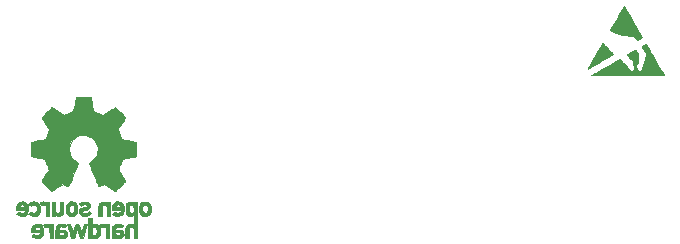
<source format=gbr>
G04 #@! TF.GenerationSoftware,KiCad,Pcbnew,(5.1.5-0-10_14)*
G04 #@! TF.CreationDate,2020-04-05T15:29:42+02:00*
G04 #@! TF.ProjectId,Oasis_ADC,4f617369-735f-4414-9443-2e6b69636164,rev?*
G04 #@! TF.SameCoordinates,Original*
G04 #@! TF.FileFunction,Legend,Bot*
G04 #@! TF.FilePolarity,Positive*
%FSLAX46Y46*%
G04 Gerber Fmt 4.6, Leading zero omitted, Abs format (unit mm)*
G04 Created by KiCad (PCBNEW (5.1.5-0-10_14)) date 2020-04-05 15:29:42*
%MOMM*%
%LPD*%
G04 APERTURE LIST*
%ADD10C,0.010000*%
G04 APERTURE END LIST*
D10*
G36*
X8603465Y-9383172D02*
G01*
X8490883Y-9980363D01*
X8075469Y-10151610D01*
X7660056Y-10322857D01*
X7161698Y-9983978D01*
X7022132Y-9889622D01*
X6895972Y-9805375D01*
X6789105Y-9735083D01*
X6707418Y-9682592D01*
X6656799Y-9651749D01*
X6643014Y-9645098D01*
X6618180Y-9662203D01*
X6565112Y-9709489D01*
X6489760Y-9780917D01*
X6398071Y-9870445D01*
X6295993Y-9972034D01*
X6189474Y-10079643D01*
X6084464Y-10187232D01*
X5986909Y-10288760D01*
X5902758Y-10378186D01*
X5837960Y-10449471D01*
X5798462Y-10496573D01*
X5789020Y-10512337D01*
X5802609Y-10541398D01*
X5840707Y-10605066D01*
X5899306Y-10697112D01*
X5974403Y-10811309D01*
X6061991Y-10941429D01*
X6112746Y-11015646D01*
X6205255Y-11151167D01*
X6287460Y-11273461D01*
X6355370Y-11376440D01*
X6405000Y-11454018D01*
X6432360Y-11500106D01*
X6436471Y-11509792D01*
X6427151Y-11537319D01*
X6401746Y-11601473D01*
X6364089Y-11693235D01*
X6318014Y-11803584D01*
X6267354Y-11923500D01*
X6215941Y-12043964D01*
X6167611Y-12155954D01*
X6126194Y-12250452D01*
X6095526Y-12318437D01*
X6079438Y-12350888D01*
X6078489Y-12352165D01*
X6053228Y-12358362D01*
X5985954Y-12372185D01*
X5883640Y-12392277D01*
X5753259Y-12417279D01*
X5601784Y-12445831D01*
X5513406Y-12462296D01*
X5351548Y-12493114D01*
X5205351Y-12522439D01*
X5082213Y-12548666D01*
X4989531Y-12570191D01*
X4934699Y-12585410D01*
X4923677Y-12590238D01*
X4912881Y-12622919D01*
X4904171Y-12696730D01*
X4897540Y-12803037D01*
X4892982Y-12933212D01*
X4890491Y-13078621D01*
X4890062Y-13230635D01*
X4891689Y-13380622D01*
X4895365Y-13519951D01*
X4901085Y-13639990D01*
X4908842Y-13732110D01*
X4918632Y-13787677D01*
X4924504Y-13799245D01*
X4959601Y-13813110D01*
X5033972Y-13832933D01*
X5137777Y-13856384D01*
X5261181Y-13881136D01*
X5304259Y-13889143D01*
X5511953Y-13927186D01*
X5676016Y-13957824D01*
X5801870Y-13982274D01*
X5894935Y-14001754D01*
X5960633Y-14017481D01*
X6004383Y-14030673D01*
X6031608Y-14042549D01*
X6047728Y-14054325D01*
X6049983Y-14056653D01*
X6072497Y-14094145D01*
X6106842Y-14167110D01*
X6149589Y-14266612D01*
X6197308Y-14383718D01*
X6246570Y-14509493D01*
X6293945Y-14635002D01*
X6336005Y-14751310D01*
X6369320Y-14849484D01*
X6390459Y-14920588D01*
X6395995Y-14955687D01*
X6395534Y-14956917D01*
X6376777Y-14985606D01*
X6334224Y-15048730D01*
X6272347Y-15139718D01*
X6195618Y-15252000D01*
X6108509Y-15379005D01*
X6083701Y-15415098D01*
X5995247Y-15545948D01*
X5917412Y-15665336D01*
X5854434Y-15766407D01*
X5810555Y-15842304D01*
X5790015Y-15886172D01*
X5789020Y-15891562D01*
X5806278Y-15919889D01*
X5853964Y-15976006D01*
X5925950Y-16053882D01*
X6016103Y-16147485D01*
X6118295Y-16250786D01*
X6226394Y-16357751D01*
X6334272Y-16462351D01*
X6435796Y-16558554D01*
X6524838Y-16640329D01*
X6595267Y-16701645D01*
X6640953Y-16736471D01*
X6653591Y-16742157D01*
X6683009Y-16728765D01*
X6743239Y-16692644D01*
X6824470Y-16639881D01*
X6886970Y-16597412D01*
X7000215Y-16519485D01*
X7134326Y-16427729D01*
X7268845Y-16336120D01*
X7341167Y-16287091D01*
X7585962Y-16121515D01*
X7791449Y-16232620D01*
X7885064Y-16281293D01*
X7964670Y-16319126D01*
X8018533Y-16340703D01*
X8032243Y-16343706D01*
X8048730Y-16321538D01*
X8081255Y-16258894D01*
X8127391Y-16161554D01*
X8184710Y-16035294D01*
X8250784Y-15885895D01*
X8323185Y-15719133D01*
X8399484Y-15540787D01*
X8477254Y-15356636D01*
X8554066Y-15172457D01*
X8627494Y-14994030D01*
X8695108Y-14827132D01*
X8754480Y-14677542D01*
X8803184Y-14551038D01*
X8838790Y-14453399D01*
X8858870Y-14390402D01*
X8862100Y-14368766D01*
X8836504Y-14341169D01*
X8780461Y-14296370D01*
X8705689Y-14243679D01*
X8699413Y-14239510D01*
X8506155Y-14084814D01*
X8350326Y-13904336D01*
X8233276Y-13703847D01*
X8156355Y-13489119D01*
X8120914Y-13265922D01*
X8128303Y-13040026D01*
X8179873Y-12817204D01*
X8276974Y-12603224D01*
X8305542Y-12556409D01*
X8454132Y-12367363D01*
X8629673Y-12215557D01*
X8826090Y-12101779D01*
X9037307Y-12026820D01*
X9257247Y-11991467D01*
X9479837Y-11996512D01*
X9698999Y-12042744D01*
X9908658Y-12130951D01*
X10102739Y-12261924D01*
X10162774Y-12315082D01*
X10315565Y-12481484D01*
X10426903Y-12656657D01*
X10503277Y-12853011D01*
X10545813Y-13047462D01*
X10556314Y-13266087D01*
X10521299Y-13485797D01*
X10444327Y-13699165D01*
X10328953Y-13898767D01*
X10178734Y-14077174D01*
X9997227Y-14226962D01*
X9973373Y-14242751D01*
X9897799Y-14294457D01*
X9840349Y-14339257D01*
X9812883Y-14367862D01*
X9812483Y-14368766D01*
X9818380Y-14399709D01*
X9841755Y-14469936D01*
X9880179Y-14573670D01*
X9931223Y-14705135D01*
X9992458Y-14858552D01*
X10061456Y-15028146D01*
X10135786Y-15208138D01*
X10213022Y-15392753D01*
X10290732Y-15576213D01*
X10366489Y-15752741D01*
X10437863Y-15916559D01*
X10502426Y-16061892D01*
X10557748Y-16182962D01*
X10601400Y-16273992D01*
X10630954Y-16329205D01*
X10642856Y-16343706D01*
X10679223Y-16332414D01*
X10747270Y-16302130D01*
X10835263Y-16258265D01*
X10883649Y-16232620D01*
X11089137Y-16121515D01*
X11333932Y-16287091D01*
X11458894Y-16371915D01*
X11595705Y-16465261D01*
X11723911Y-16553153D01*
X11788129Y-16597412D01*
X11878449Y-16658063D01*
X11954929Y-16706126D01*
X12007593Y-16735515D01*
X12024698Y-16741727D01*
X12049595Y-16724968D01*
X12104695Y-16678181D01*
X12184657Y-16606225D01*
X12284139Y-16513957D01*
X12397800Y-16406235D01*
X12469685Y-16337071D01*
X12595449Y-16213502D01*
X12704137Y-16102979D01*
X12791355Y-16010230D01*
X12852711Y-15939982D01*
X12883809Y-15896965D01*
X12886792Y-15888235D01*
X12872947Y-15855029D01*
X12834688Y-15787887D01*
X12776258Y-15693608D01*
X12701903Y-15578990D01*
X12615865Y-15450828D01*
X12591397Y-15415098D01*
X12502245Y-15285234D01*
X12422262Y-15168314D01*
X12355920Y-15070907D01*
X12307689Y-14999584D01*
X12282043Y-14960915D01*
X12279565Y-14956917D01*
X12283271Y-14926100D01*
X12302939Y-14858344D01*
X12335140Y-14762584D01*
X12376445Y-14647754D01*
X12423425Y-14522789D01*
X12472651Y-14396624D01*
X12520692Y-14278193D01*
X12564119Y-14176430D01*
X12599504Y-14100271D01*
X12623416Y-14058649D01*
X12625116Y-14056653D01*
X12639738Y-14044758D01*
X12664435Y-14032995D01*
X12704628Y-14020146D01*
X12765737Y-14004994D01*
X12853183Y-13986321D01*
X12972388Y-13962910D01*
X13128773Y-13933542D01*
X13327757Y-13897000D01*
X13370840Y-13889143D01*
X13498529Y-13864472D01*
X13609847Y-13840338D01*
X13694955Y-13819069D01*
X13744017Y-13802993D01*
X13750595Y-13799245D01*
X13761436Y-13766018D01*
X13770247Y-13691766D01*
X13777024Y-13585121D01*
X13781760Y-13454712D01*
X13784450Y-13309172D01*
X13785087Y-13157131D01*
X13783666Y-13007221D01*
X13780180Y-12868073D01*
X13774624Y-12748317D01*
X13766992Y-12656586D01*
X13757278Y-12601511D01*
X13751422Y-12590238D01*
X13718820Y-12578868D01*
X13644582Y-12560369D01*
X13536104Y-12536347D01*
X13400783Y-12508407D01*
X13246015Y-12478153D01*
X13161692Y-12462296D01*
X13001704Y-12432389D01*
X12859033Y-12405295D01*
X12740652Y-12382376D01*
X12653535Y-12364988D01*
X12604655Y-12354492D01*
X12596610Y-12352165D01*
X12583013Y-12325931D01*
X12554271Y-12262740D01*
X12514215Y-12171622D01*
X12466676Y-12061602D01*
X12415485Y-11941710D01*
X12364474Y-11820972D01*
X12317474Y-11708416D01*
X12278316Y-11613071D01*
X12250831Y-11543962D01*
X12238851Y-11510119D01*
X12238628Y-11508640D01*
X12252209Y-11481942D01*
X12290285Y-11420505D01*
X12348853Y-11330434D01*
X12423912Y-11217835D01*
X12511460Y-11088815D01*
X12562353Y-11014706D01*
X12655091Y-10878822D01*
X12737459Y-10755454D01*
X12805439Y-10650842D01*
X12855012Y-10571228D01*
X12882158Y-10522852D01*
X12886079Y-10512007D01*
X12869225Y-10486765D01*
X12822632Y-10432869D01*
X12752251Y-10356358D01*
X12664035Y-10263268D01*
X12563935Y-10159640D01*
X12457902Y-10051509D01*
X12351889Y-9944915D01*
X12251848Y-9845895D01*
X12163730Y-9760487D01*
X12093487Y-9694730D01*
X12047072Y-9654661D01*
X12031544Y-9645098D01*
X12006261Y-9658545D01*
X11945789Y-9696320D01*
X11856008Y-9754580D01*
X11742797Y-9829479D01*
X11612036Y-9917170D01*
X11513400Y-9983978D01*
X11015043Y-10322857D01*
X10599629Y-10151610D01*
X10184216Y-9980363D01*
X10071634Y-9383172D01*
X9959051Y-8785980D01*
X8716048Y-8785980D01*
X8603465Y-9383172D01*
G37*
X8603465Y-9383172D02*
X8490883Y-9980363D01*
X8075469Y-10151610D01*
X7660056Y-10322857D01*
X7161698Y-9983978D01*
X7022132Y-9889622D01*
X6895972Y-9805375D01*
X6789105Y-9735083D01*
X6707418Y-9682592D01*
X6656799Y-9651749D01*
X6643014Y-9645098D01*
X6618180Y-9662203D01*
X6565112Y-9709489D01*
X6489760Y-9780917D01*
X6398071Y-9870445D01*
X6295993Y-9972034D01*
X6189474Y-10079643D01*
X6084464Y-10187232D01*
X5986909Y-10288760D01*
X5902758Y-10378186D01*
X5837960Y-10449471D01*
X5798462Y-10496573D01*
X5789020Y-10512337D01*
X5802609Y-10541398D01*
X5840707Y-10605066D01*
X5899306Y-10697112D01*
X5974403Y-10811309D01*
X6061991Y-10941429D01*
X6112746Y-11015646D01*
X6205255Y-11151167D01*
X6287460Y-11273461D01*
X6355370Y-11376440D01*
X6405000Y-11454018D01*
X6432360Y-11500106D01*
X6436471Y-11509792D01*
X6427151Y-11537319D01*
X6401746Y-11601473D01*
X6364089Y-11693235D01*
X6318014Y-11803584D01*
X6267354Y-11923500D01*
X6215941Y-12043964D01*
X6167611Y-12155954D01*
X6126194Y-12250452D01*
X6095526Y-12318437D01*
X6079438Y-12350888D01*
X6078489Y-12352165D01*
X6053228Y-12358362D01*
X5985954Y-12372185D01*
X5883640Y-12392277D01*
X5753259Y-12417279D01*
X5601784Y-12445831D01*
X5513406Y-12462296D01*
X5351548Y-12493114D01*
X5205351Y-12522439D01*
X5082213Y-12548666D01*
X4989531Y-12570191D01*
X4934699Y-12585410D01*
X4923677Y-12590238D01*
X4912881Y-12622919D01*
X4904171Y-12696730D01*
X4897540Y-12803037D01*
X4892982Y-12933212D01*
X4890491Y-13078621D01*
X4890062Y-13230635D01*
X4891689Y-13380622D01*
X4895365Y-13519951D01*
X4901085Y-13639990D01*
X4908842Y-13732110D01*
X4918632Y-13787677D01*
X4924504Y-13799245D01*
X4959601Y-13813110D01*
X5033972Y-13832933D01*
X5137777Y-13856384D01*
X5261181Y-13881136D01*
X5304259Y-13889143D01*
X5511953Y-13927186D01*
X5676016Y-13957824D01*
X5801870Y-13982274D01*
X5894935Y-14001754D01*
X5960633Y-14017481D01*
X6004383Y-14030673D01*
X6031608Y-14042549D01*
X6047728Y-14054325D01*
X6049983Y-14056653D01*
X6072497Y-14094145D01*
X6106842Y-14167110D01*
X6149589Y-14266612D01*
X6197308Y-14383718D01*
X6246570Y-14509493D01*
X6293945Y-14635002D01*
X6336005Y-14751310D01*
X6369320Y-14849484D01*
X6390459Y-14920588D01*
X6395995Y-14955687D01*
X6395534Y-14956917D01*
X6376777Y-14985606D01*
X6334224Y-15048730D01*
X6272347Y-15139718D01*
X6195618Y-15252000D01*
X6108509Y-15379005D01*
X6083701Y-15415098D01*
X5995247Y-15545948D01*
X5917412Y-15665336D01*
X5854434Y-15766407D01*
X5810555Y-15842304D01*
X5790015Y-15886172D01*
X5789020Y-15891562D01*
X5806278Y-15919889D01*
X5853964Y-15976006D01*
X5925950Y-16053882D01*
X6016103Y-16147485D01*
X6118295Y-16250786D01*
X6226394Y-16357751D01*
X6334272Y-16462351D01*
X6435796Y-16558554D01*
X6524838Y-16640329D01*
X6595267Y-16701645D01*
X6640953Y-16736471D01*
X6653591Y-16742157D01*
X6683009Y-16728765D01*
X6743239Y-16692644D01*
X6824470Y-16639881D01*
X6886970Y-16597412D01*
X7000215Y-16519485D01*
X7134326Y-16427729D01*
X7268845Y-16336120D01*
X7341167Y-16287091D01*
X7585962Y-16121515D01*
X7791449Y-16232620D01*
X7885064Y-16281293D01*
X7964670Y-16319126D01*
X8018533Y-16340703D01*
X8032243Y-16343706D01*
X8048730Y-16321538D01*
X8081255Y-16258894D01*
X8127391Y-16161554D01*
X8184710Y-16035294D01*
X8250784Y-15885895D01*
X8323185Y-15719133D01*
X8399484Y-15540787D01*
X8477254Y-15356636D01*
X8554066Y-15172457D01*
X8627494Y-14994030D01*
X8695108Y-14827132D01*
X8754480Y-14677542D01*
X8803184Y-14551038D01*
X8838790Y-14453399D01*
X8858870Y-14390402D01*
X8862100Y-14368766D01*
X8836504Y-14341169D01*
X8780461Y-14296370D01*
X8705689Y-14243679D01*
X8699413Y-14239510D01*
X8506155Y-14084814D01*
X8350326Y-13904336D01*
X8233276Y-13703847D01*
X8156355Y-13489119D01*
X8120914Y-13265922D01*
X8128303Y-13040026D01*
X8179873Y-12817204D01*
X8276974Y-12603224D01*
X8305542Y-12556409D01*
X8454132Y-12367363D01*
X8629673Y-12215557D01*
X8826090Y-12101779D01*
X9037307Y-12026820D01*
X9257247Y-11991467D01*
X9479837Y-11996512D01*
X9698999Y-12042744D01*
X9908658Y-12130951D01*
X10102739Y-12261924D01*
X10162774Y-12315082D01*
X10315565Y-12481484D01*
X10426903Y-12656657D01*
X10503277Y-12853011D01*
X10545813Y-13047462D01*
X10556314Y-13266087D01*
X10521299Y-13485797D01*
X10444327Y-13699165D01*
X10328953Y-13898767D01*
X10178734Y-14077174D01*
X9997227Y-14226962D01*
X9973373Y-14242751D01*
X9897799Y-14294457D01*
X9840349Y-14339257D01*
X9812883Y-14367862D01*
X9812483Y-14368766D01*
X9818380Y-14399709D01*
X9841755Y-14469936D01*
X9880179Y-14573670D01*
X9931223Y-14705135D01*
X9992458Y-14858552D01*
X10061456Y-15028146D01*
X10135786Y-15208138D01*
X10213022Y-15392753D01*
X10290732Y-15576213D01*
X10366489Y-15752741D01*
X10437863Y-15916559D01*
X10502426Y-16061892D01*
X10557748Y-16182962D01*
X10601400Y-16273992D01*
X10630954Y-16329205D01*
X10642856Y-16343706D01*
X10679223Y-16332414D01*
X10747270Y-16302130D01*
X10835263Y-16258265D01*
X10883649Y-16232620D01*
X11089137Y-16121515D01*
X11333932Y-16287091D01*
X11458894Y-16371915D01*
X11595705Y-16465261D01*
X11723911Y-16553153D01*
X11788129Y-16597412D01*
X11878449Y-16658063D01*
X11954929Y-16706126D01*
X12007593Y-16735515D01*
X12024698Y-16741727D01*
X12049595Y-16724968D01*
X12104695Y-16678181D01*
X12184657Y-16606225D01*
X12284139Y-16513957D01*
X12397800Y-16406235D01*
X12469685Y-16337071D01*
X12595449Y-16213502D01*
X12704137Y-16102979D01*
X12791355Y-16010230D01*
X12852711Y-15939982D01*
X12883809Y-15896965D01*
X12886792Y-15888235D01*
X12872947Y-15855029D01*
X12834688Y-15787887D01*
X12776258Y-15693608D01*
X12701903Y-15578990D01*
X12615865Y-15450828D01*
X12591397Y-15415098D01*
X12502245Y-15285234D01*
X12422262Y-15168314D01*
X12355920Y-15070907D01*
X12307689Y-14999584D01*
X12282043Y-14960915D01*
X12279565Y-14956917D01*
X12283271Y-14926100D01*
X12302939Y-14858344D01*
X12335140Y-14762584D01*
X12376445Y-14647754D01*
X12423425Y-14522789D01*
X12472651Y-14396624D01*
X12520692Y-14278193D01*
X12564119Y-14176430D01*
X12599504Y-14100271D01*
X12623416Y-14058649D01*
X12625116Y-14056653D01*
X12639738Y-14044758D01*
X12664435Y-14032995D01*
X12704628Y-14020146D01*
X12765737Y-14004994D01*
X12853183Y-13986321D01*
X12972388Y-13962910D01*
X13128773Y-13933542D01*
X13327757Y-13897000D01*
X13370840Y-13889143D01*
X13498529Y-13864472D01*
X13609847Y-13840338D01*
X13694955Y-13819069D01*
X13744017Y-13802993D01*
X13750595Y-13799245D01*
X13761436Y-13766018D01*
X13770247Y-13691766D01*
X13777024Y-13585121D01*
X13781760Y-13454712D01*
X13784450Y-13309172D01*
X13785087Y-13157131D01*
X13783666Y-13007221D01*
X13780180Y-12868073D01*
X13774624Y-12748317D01*
X13766992Y-12656586D01*
X13757278Y-12601511D01*
X13751422Y-12590238D01*
X13718820Y-12578868D01*
X13644582Y-12560369D01*
X13536104Y-12536347D01*
X13400783Y-12508407D01*
X13246015Y-12478153D01*
X13161692Y-12462296D01*
X13001704Y-12432389D01*
X12859033Y-12405295D01*
X12740652Y-12382376D01*
X12653535Y-12364988D01*
X12604655Y-12354492D01*
X12596610Y-12352165D01*
X12583013Y-12325931D01*
X12554271Y-12262740D01*
X12514215Y-12171622D01*
X12466676Y-12061602D01*
X12415485Y-11941710D01*
X12364474Y-11820972D01*
X12317474Y-11708416D01*
X12278316Y-11613071D01*
X12250831Y-11543962D01*
X12238851Y-11510119D01*
X12238628Y-11508640D01*
X12252209Y-11481942D01*
X12290285Y-11420505D01*
X12348853Y-11330434D01*
X12423912Y-11217835D01*
X12511460Y-11088815D01*
X12562353Y-11014706D01*
X12655091Y-10878822D01*
X12737459Y-10755454D01*
X12805439Y-10650842D01*
X12855012Y-10571228D01*
X12882158Y-10522852D01*
X12886079Y-10512007D01*
X12869225Y-10486765D01*
X12822632Y-10432869D01*
X12752251Y-10356358D01*
X12664035Y-10263268D01*
X12563935Y-10159640D01*
X12457902Y-10051509D01*
X12351889Y-9944915D01*
X12251848Y-9845895D01*
X12163730Y-9760487D01*
X12093487Y-9694730D01*
X12047072Y-9654661D01*
X12031544Y-9645098D01*
X12006261Y-9658545D01*
X11945789Y-9696320D01*
X11856008Y-9754580D01*
X11742797Y-9829479D01*
X11612036Y-9917170D01*
X11513400Y-9983978D01*
X11015043Y-10322857D01*
X10599629Y-10151610D01*
X10184216Y-9980363D01*
X10071634Y-9383172D01*
X9959051Y-8785980D01*
X8716048Y-8785980D01*
X8603465Y-9383172D01*
G36*
X5786363Y-17637472D02*
G01*
X5700710Y-17663641D01*
X5645563Y-17696707D01*
X5627599Y-17722855D01*
X5632543Y-17753852D01*
X5664628Y-17802547D01*
X5691757Y-17837035D01*
X5747683Y-17899383D01*
X5789701Y-17925615D01*
X5825520Y-17923903D01*
X5931776Y-17896863D01*
X6009811Y-17898091D01*
X6073180Y-17928735D01*
X6094454Y-17946670D01*
X6162549Y-18009779D01*
X6162549Y-18833922D01*
X6436471Y-18833922D01*
X6436471Y-17638628D01*
X6299510Y-17638628D01*
X6217281Y-17641879D01*
X6174856Y-17653426D01*
X6162555Y-17675952D01*
X6162549Y-17676620D01*
X6156740Y-17700215D01*
X6130469Y-17697138D01*
X6094069Y-17680115D01*
X6018889Y-17648439D01*
X5957842Y-17629381D01*
X5879292Y-17624496D01*
X5786363Y-17637472D01*
G37*
X5786363Y-17637472D02*
X5700710Y-17663641D01*
X5645563Y-17696707D01*
X5627599Y-17722855D01*
X5632543Y-17753852D01*
X5664628Y-17802547D01*
X5691757Y-17837035D01*
X5747683Y-17899383D01*
X5789701Y-17925615D01*
X5825520Y-17923903D01*
X5931776Y-17896863D01*
X6009811Y-17898091D01*
X6073180Y-17928735D01*
X6094454Y-17946670D01*
X6162549Y-18009779D01*
X6162549Y-18833922D01*
X6436471Y-18833922D01*
X6436471Y-17638628D01*
X6299510Y-17638628D01*
X6217281Y-17641879D01*
X6174856Y-17653426D01*
X6162555Y-17675952D01*
X6162549Y-17676620D01*
X6156740Y-17700215D01*
X6130469Y-17697138D01*
X6094069Y-17680115D01*
X6018889Y-17648439D01*
X5957842Y-17629381D01*
X5879292Y-17624496D01*
X5786363Y-17637472D01*
G36*
X10843240Y-17659199D02*
G01*
X10781264Y-17688802D01*
X10721241Y-17731561D01*
X10675514Y-17780775D01*
X10642207Y-17843544D01*
X10619445Y-17926971D01*
X10605353Y-18038159D01*
X10598058Y-18184209D01*
X10595682Y-18372223D01*
X10595645Y-18391912D01*
X10595098Y-18833922D01*
X10869020Y-18833922D01*
X10869020Y-18426435D01*
X10869215Y-18275471D01*
X10870564Y-18166056D01*
X10874212Y-18089933D01*
X10881304Y-18038848D01*
X10892987Y-18004545D01*
X10910406Y-17978768D01*
X10934671Y-17953298D01*
X11019565Y-17898571D01*
X11112239Y-17888416D01*
X11200527Y-17923017D01*
X11231230Y-17948770D01*
X11253771Y-17972982D01*
X11269954Y-17998912D01*
X11280832Y-18034708D01*
X11287458Y-18088519D01*
X11290885Y-18168493D01*
X11292166Y-18282779D01*
X11292353Y-18421907D01*
X11292353Y-18833922D01*
X11566275Y-18833922D01*
X11566275Y-17638628D01*
X11429314Y-17638628D01*
X11347084Y-17641879D01*
X11304660Y-17653426D01*
X11292359Y-17675952D01*
X11292353Y-17676620D01*
X11286646Y-17698681D01*
X11261473Y-17696177D01*
X11211422Y-17671937D01*
X11097906Y-17636271D01*
X10968055Y-17632305D01*
X10843240Y-17659199D01*
G37*
X10843240Y-17659199D02*
X10781264Y-17688802D01*
X10721241Y-17731561D01*
X10675514Y-17780775D01*
X10642207Y-17843544D01*
X10619445Y-17926971D01*
X10605353Y-18038159D01*
X10598058Y-18184209D01*
X10595682Y-18372223D01*
X10595645Y-18391912D01*
X10595098Y-18833922D01*
X10869020Y-18833922D01*
X10869020Y-18426435D01*
X10869215Y-18275471D01*
X10870564Y-18166056D01*
X10874212Y-18089933D01*
X10881304Y-18038848D01*
X10892987Y-18004545D01*
X10910406Y-17978768D01*
X10934671Y-17953298D01*
X11019565Y-17898571D01*
X11112239Y-17888416D01*
X11200527Y-17923017D01*
X11231230Y-17948770D01*
X11253771Y-17972982D01*
X11269954Y-17998912D01*
X11280832Y-18034708D01*
X11287458Y-18088519D01*
X11290885Y-18168493D01*
X11292166Y-18282779D01*
X11292353Y-18421907D01*
X11292353Y-18833922D01*
X11566275Y-18833922D01*
X11566275Y-17638628D01*
X11429314Y-17638628D01*
X11347084Y-17641879D01*
X11304660Y-17653426D01*
X11292359Y-17675952D01*
X11292353Y-17676620D01*
X11286646Y-17698681D01*
X11261473Y-17696177D01*
X11211422Y-17671937D01*
X11097906Y-17636271D01*
X10968055Y-17632305D01*
X10843240Y-17659199D01*
G36*
X4046713Y-17634355D02*
G01*
X3982949Y-17649845D01*
X3860700Y-17706569D01*
X3756166Y-17793202D01*
X3683820Y-17897074D01*
X3673881Y-17920396D01*
X3660246Y-17981484D01*
X3650702Y-18071853D01*
X3647451Y-18163190D01*
X3647451Y-18335882D01*
X4008530Y-18335882D01*
X4157454Y-18336445D01*
X4262368Y-18339864D01*
X4329063Y-18348731D01*
X4363334Y-18365641D01*
X4370972Y-18393189D01*
X4357771Y-18433968D01*
X4334123Y-18481683D01*
X4268157Y-18561314D01*
X4176488Y-18600987D01*
X4064445Y-18599695D01*
X3937528Y-18556514D01*
X3827842Y-18503224D01*
X3736827Y-18575191D01*
X3645812Y-18647157D01*
X3731437Y-18726269D01*
X3845750Y-18801017D01*
X3986334Y-18846084D01*
X4137551Y-18858696D01*
X4283764Y-18836079D01*
X4307353Y-18828405D01*
X4435859Y-18761296D01*
X4531449Y-18661247D01*
X4596139Y-18525271D01*
X4631943Y-18350380D01*
X4632360Y-18346632D01*
X4635566Y-18156032D01*
X4622607Y-18088035D01*
X4369608Y-18088035D01*
X4346373Y-18098491D01*
X4283290Y-18106500D01*
X4190294Y-18111073D01*
X4131362Y-18111765D01*
X4021463Y-18111332D01*
X3952748Y-18108578D01*
X3916595Y-18101321D01*
X3904385Y-18087376D01*
X3907496Y-18064562D01*
X3910106Y-18055735D01*
X3954656Y-17972800D01*
X4024721Y-17905960D01*
X4086554Y-17876589D01*
X4168699Y-17878362D01*
X4251938Y-17914990D01*
X4321762Y-17975634D01*
X4363663Y-18049456D01*
X4369608Y-18088035D01*
X4622607Y-18088035D01*
X4603615Y-17988395D01*
X4540227Y-17847711D01*
X4449122Y-17737974D01*
X4334022Y-17663174D01*
X4198645Y-17627304D01*
X4046713Y-17634355D01*
G37*
X4046713Y-17634355D02*
X3982949Y-17649845D01*
X3860700Y-17706569D01*
X3756166Y-17793202D01*
X3683820Y-17897074D01*
X3673881Y-17920396D01*
X3660246Y-17981484D01*
X3650702Y-18071853D01*
X3647451Y-18163190D01*
X3647451Y-18335882D01*
X4008530Y-18335882D01*
X4157454Y-18336445D01*
X4262368Y-18339864D01*
X4329063Y-18348731D01*
X4363334Y-18365641D01*
X4370972Y-18393189D01*
X4357771Y-18433968D01*
X4334123Y-18481683D01*
X4268157Y-18561314D01*
X4176488Y-18600987D01*
X4064445Y-18599695D01*
X3937528Y-18556514D01*
X3827842Y-18503224D01*
X3736827Y-18575191D01*
X3645812Y-18647157D01*
X3731437Y-18726269D01*
X3845750Y-18801017D01*
X3986334Y-18846084D01*
X4137551Y-18858696D01*
X4283764Y-18836079D01*
X4307353Y-18828405D01*
X4435859Y-18761296D01*
X4531449Y-18661247D01*
X4596139Y-18525271D01*
X4631943Y-18350380D01*
X4632360Y-18346632D01*
X4635566Y-18156032D01*
X4622607Y-18088035D01*
X4369608Y-18088035D01*
X4346373Y-18098491D01*
X4283290Y-18106500D01*
X4190294Y-18111073D01*
X4131362Y-18111765D01*
X4021463Y-18111332D01*
X3952748Y-18108578D01*
X3916595Y-18101321D01*
X3904385Y-18087376D01*
X3907496Y-18064562D01*
X3910106Y-18055735D01*
X3954656Y-17972800D01*
X4024721Y-17905960D01*
X4086554Y-17876589D01*
X4168699Y-17878362D01*
X4251938Y-17914990D01*
X4321762Y-17975634D01*
X4363663Y-18049456D01*
X4369608Y-18088035D01*
X4622607Y-18088035D01*
X4603615Y-17988395D01*
X4540227Y-17847711D01*
X4449122Y-17737974D01*
X4334022Y-17663174D01*
X4198645Y-17627304D01*
X4046713Y-17634355D01*
G36*
X4959024Y-17649056D02*
G01*
X4814744Y-17710348D01*
X4769301Y-17740185D01*
X4711221Y-17786036D01*
X4674762Y-17822089D01*
X4668432Y-17833832D01*
X4686307Y-17859889D01*
X4732050Y-17904105D01*
X4768672Y-17934965D01*
X4868912Y-18015520D01*
X4948065Y-17948918D01*
X5009231Y-17905921D01*
X5068871Y-17891079D01*
X5137128Y-17894704D01*
X5245518Y-17921652D01*
X5320128Y-17977587D01*
X5365470Y-18068014D01*
X5386053Y-18198435D01*
X5386058Y-18198517D01*
X5384278Y-18344290D01*
X5356613Y-18451245D01*
X5301429Y-18524064D01*
X5263808Y-18548723D01*
X5163895Y-18579431D01*
X5057178Y-18579449D01*
X4964331Y-18549655D01*
X4942353Y-18535098D01*
X4887235Y-18497914D01*
X4844141Y-18491820D01*
X4797665Y-18519496D01*
X4746284Y-18569205D01*
X4664954Y-18653116D01*
X4755251Y-18727546D01*
X4894764Y-18811549D01*
X5052088Y-18852947D01*
X5216497Y-18849950D01*
X5324469Y-18822500D01*
X5450669Y-18754620D01*
X5551599Y-18647831D01*
X5597452Y-18572451D01*
X5634590Y-18464297D01*
X5653173Y-18327318D01*
X5653316Y-18178864D01*
X5635135Y-18036281D01*
X5598745Y-17916918D01*
X5593013Y-17904680D01*
X5508135Y-17784655D01*
X5393218Y-17697267D01*
X5257341Y-17644329D01*
X5109583Y-17627654D01*
X4959024Y-17649056D01*
G37*
X4959024Y-17649056D02*
X4814744Y-17710348D01*
X4769301Y-17740185D01*
X4711221Y-17786036D01*
X4674762Y-17822089D01*
X4668432Y-17833832D01*
X4686307Y-17859889D01*
X4732050Y-17904105D01*
X4768672Y-17934965D01*
X4868912Y-18015520D01*
X4948065Y-17948918D01*
X5009231Y-17905921D01*
X5068871Y-17891079D01*
X5137128Y-17894704D01*
X5245518Y-17921652D01*
X5320128Y-17977587D01*
X5365470Y-18068014D01*
X5386053Y-18198435D01*
X5386058Y-18198517D01*
X5384278Y-18344290D01*
X5356613Y-18451245D01*
X5301429Y-18524064D01*
X5263808Y-18548723D01*
X5163895Y-18579431D01*
X5057178Y-18579449D01*
X4964331Y-18549655D01*
X4942353Y-18535098D01*
X4887235Y-18497914D01*
X4844141Y-18491820D01*
X4797665Y-18519496D01*
X4746284Y-18569205D01*
X4664954Y-18653116D01*
X4755251Y-18727546D01*
X4894764Y-18811549D01*
X5052088Y-18852947D01*
X5216497Y-18849950D01*
X5324469Y-18822500D01*
X5450669Y-18754620D01*
X5551599Y-18647831D01*
X5597452Y-18572451D01*
X5634590Y-18464297D01*
X5653173Y-18327318D01*
X5653316Y-18178864D01*
X5635135Y-18036281D01*
X5598745Y-17916918D01*
X5593013Y-17904680D01*
X5508135Y-17784655D01*
X5393218Y-17697267D01*
X5257341Y-17644329D01*
X5109583Y-17627654D01*
X4959024Y-17649056D01*
G36*
X7382746Y-18026245D02*
G01*
X7380392Y-18208879D01*
X7371793Y-18347600D01*
X7354640Y-18448147D01*
X7326626Y-18516254D01*
X7285443Y-18557659D01*
X7228783Y-18578097D01*
X7158628Y-18583318D01*
X7085152Y-18577468D01*
X7029343Y-18556093D01*
X6988891Y-18513458D01*
X6961491Y-18443825D01*
X6944833Y-18341460D01*
X6936611Y-18200624D01*
X6934510Y-18026245D01*
X6934510Y-17638628D01*
X6660589Y-17638628D01*
X6660589Y-18833922D01*
X6797549Y-18833922D01*
X6880116Y-18830576D01*
X6922632Y-18818826D01*
X6934510Y-18796520D01*
X6941664Y-18776654D01*
X6970135Y-18780857D01*
X7027524Y-18808971D01*
X7159055Y-18852342D01*
X7298562Y-18849270D01*
X7432235Y-18802174D01*
X7495892Y-18764971D01*
X7544447Y-18724691D01*
X7579919Y-18674291D01*
X7604326Y-18606729D01*
X7619687Y-18514965D01*
X7628018Y-18391955D01*
X7631338Y-18230659D01*
X7631765Y-18105928D01*
X7631765Y-17638628D01*
X7382746Y-17638628D01*
X7382746Y-18026245D01*
G37*
X7382746Y-18026245D02*
X7380392Y-18208879D01*
X7371793Y-18347600D01*
X7354640Y-18448147D01*
X7326626Y-18516254D01*
X7285443Y-18557659D01*
X7228783Y-18578097D01*
X7158628Y-18583318D01*
X7085152Y-18577468D01*
X7029343Y-18556093D01*
X6988891Y-18513458D01*
X6961491Y-18443825D01*
X6944833Y-18341460D01*
X6936611Y-18200624D01*
X6934510Y-18026245D01*
X6934510Y-17638628D01*
X6660589Y-17638628D01*
X6660589Y-18833922D01*
X6797549Y-18833922D01*
X6880116Y-18830576D01*
X6922632Y-18818826D01*
X6934510Y-18796520D01*
X6941664Y-18776654D01*
X6970135Y-18780857D01*
X7027524Y-18808971D01*
X7159055Y-18852342D01*
X7298562Y-18849270D01*
X7432235Y-18802174D01*
X7495892Y-18764971D01*
X7544447Y-18724691D01*
X7579919Y-18674291D01*
X7604326Y-18606729D01*
X7619687Y-18514965D01*
X7628018Y-18391955D01*
X7631338Y-18230659D01*
X7631765Y-18105928D01*
X7631765Y-17638628D01*
X7382746Y-17638628D01*
X7382746Y-18026245D01*
G36*
X8140453Y-17653364D02*
G01*
X8014498Y-17721959D01*
X7915953Y-17830245D01*
X7869522Y-17918315D01*
X7849588Y-17996101D01*
X7836672Y-18106993D01*
X7831137Y-18234738D01*
X7833346Y-18363084D01*
X7843663Y-18475779D01*
X7855714Y-18535969D01*
X7896366Y-18618311D01*
X7966770Y-18705770D01*
X8051618Y-18782251D01*
X8135603Y-18831655D01*
X8137651Y-18832439D01*
X8241866Y-18854027D01*
X8365373Y-18854562D01*
X8482739Y-18834908D01*
X8528058Y-18819155D01*
X8644780Y-18752966D01*
X8728376Y-18666246D01*
X8783299Y-18551438D01*
X8814005Y-18400982D01*
X8820953Y-18322173D01*
X8820067Y-18223145D01*
X8553138Y-18223145D01*
X8544146Y-18367645D01*
X8518264Y-18477760D01*
X8477132Y-18548116D01*
X8447828Y-18568235D01*
X8372749Y-18582265D01*
X8283506Y-18578111D01*
X8206350Y-18557922D01*
X8186117Y-18546815D01*
X8132735Y-18482123D01*
X8097500Y-18383119D01*
X8082502Y-18262632D01*
X8089828Y-18133494D01*
X8106201Y-18055775D01*
X8153210Y-17965771D01*
X8227418Y-17909509D01*
X8316791Y-17890057D01*
X8409293Y-17910481D01*
X8480347Y-17960437D01*
X8517688Y-18001655D01*
X8539482Y-18042281D01*
X8549870Y-18097264D01*
X8552994Y-18181549D01*
X8553138Y-18223145D01*
X8820067Y-18223145D01*
X8819070Y-18111874D01*
X8784820Y-17939423D01*
X8718198Y-17804814D01*
X8619201Y-17708040D01*
X8487825Y-17649094D01*
X8459615Y-17642259D01*
X8290074Y-17626213D01*
X8140453Y-17653364D01*
G37*
X8140453Y-17653364D02*
X8014498Y-17721959D01*
X7915953Y-17830245D01*
X7869522Y-17918315D01*
X7849588Y-17996101D01*
X7836672Y-18106993D01*
X7831137Y-18234738D01*
X7833346Y-18363084D01*
X7843663Y-18475779D01*
X7855714Y-18535969D01*
X7896366Y-18618311D01*
X7966770Y-18705770D01*
X8051618Y-18782251D01*
X8135603Y-18831655D01*
X8137651Y-18832439D01*
X8241866Y-18854027D01*
X8365373Y-18854562D01*
X8482739Y-18834908D01*
X8528058Y-18819155D01*
X8644780Y-18752966D01*
X8728376Y-18666246D01*
X8783299Y-18551438D01*
X8814005Y-18400982D01*
X8820953Y-18322173D01*
X8820067Y-18223145D01*
X8553138Y-18223145D01*
X8544146Y-18367645D01*
X8518264Y-18477760D01*
X8477132Y-18548116D01*
X8447828Y-18568235D01*
X8372749Y-18582265D01*
X8283506Y-18578111D01*
X8206350Y-18557922D01*
X8186117Y-18546815D01*
X8132735Y-18482123D01*
X8097500Y-18383119D01*
X8082502Y-18262632D01*
X8089828Y-18133494D01*
X8106201Y-18055775D01*
X8153210Y-17965771D01*
X8227418Y-17909509D01*
X8316791Y-17890057D01*
X8409293Y-17910481D01*
X8480347Y-17960437D01*
X8517688Y-18001655D01*
X8539482Y-18042281D01*
X8549870Y-18097264D01*
X8552994Y-18181549D01*
X8553138Y-18223145D01*
X8820067Y-18223145D01*
X8819070Y-18111874D01*
X8784820Y-17939423D01*
X8718198Y-17804814D01*
X8619201Y-17708040D01*
X8487825Y-17649094D01*
X8459615Y-17642259D01*
X8290074Y-17626213D01*
X8140453Y-17653364D01*
G36*
X9322241Y-17634345D02*
G01*
X9227941Y-17652229D01*
X9130110Y-17689633D01*
X9119657Y-17694402D01*
X9045469Y-17733412D01*
X8994090Y-17769664D01*
X8977483Y-17792887D01*
X8993298Y-17830761D01*
X9031712Y-17886644D01*
X9048763Y-17907505D01*
X9119031Y-17989618D01*
X9209621Y-17936168D01*
X9295836Y-17900561D01*
X9395451Y-17881529D01*
X9490981Y-17880326D01*
X9564939Y-17898210D01*
X9582688Y-17909373D01*
X9616488Y-17960553D01*
X9620596Y-18019509D01*
X9595304Y-18065567D01*
X9580344Y-18074499D01*
X9535514Y-18085592D01*
X9456714Y-18098630D01*
X9359574Y-18111088D01*
X9341654Y-18113042D01*
X9185635Y-18140030D01*
X9072477Y-18185873D01*
X8997431Y-18254803D01*
X8955747Y-18351054D01*
X8942762Y-18468617D01*
X8960701Y-18602254D01*
X9018950Y-18707195D01*
X9117745Y-18783630D01*
X9257318Y-18831748D01*
X9412255Y-18850732D01*
X9538602Y-18850504D01*
X9641087Y-18833262D01*
X9711079Y-18809457D01*
X9799517Y-18767978D01*
X9881246Y-18719842D01*
X9910295Y-18698655D01*
X9985000Y-18637676D01*
X9894902Y-18546508D01*
X9804804Y-18455339D01*
X9702368Y-18523128D01*
X9599626Y-18574042D01*
X9489913Y-18600673D01*
X9384449Y-18603483D01*
X9294454Y-18582935D01*
X9231146Y-18539493D01*
X9210704Y-18502838D01*
X9213771Y-18444053D01*
X9264566Y-18399099D01*
X9362952Y-18368057D01*
X9470744Y-18353710D01*
X9636635Y-18326337D01*
X9759876Y-18274693D01*
X9842114Y-18197266D01*
X9884999Y-18092544D01*
X9890940Y-17968387D01*
X9861594Y-17838702D01*
X9794691Y-17740677D01*
X9689629Y-17673866D01*
X9545810Y-17637820D01*
X9439262Y-17630754D01*
X9322241Y-17634345D01*
G37*
X9322241Y-17634345D02*
X9227941Y-17652229D01*
X9130110Y-17689633D01*
X9119657Y-17694402D01*
X9045469Y-17733412D01*
X8994090Y-17769664D01*
X8977483Y-17792887D01*
X8993298Y-17830761D01*
X9031712Y-17886644D01*
X9048763Y-17907505D01*
X9119031Y-17989618D01*
X9209621Y-17936168D01*
X9295836Y-17900561D01*
X9395451Y-17881529D01*
X9490981Y-17880326D01*
X9564939Y-17898210D01*
X9582688Y-17909373D01*
X9616488Y-17960553D01*
X9620596Y-18019509D01*
X9595304Y-18065567D01*
X9580344Y-18074499D01*
X9535514Y-18085592D01*
X9456714Y-18098630D01*
X9359574Y-18111088D01*
X9341654Y-18113042D01*
X9185635Y-18140030D01*
X9072477Y-18185873D01*
X8997431Y-18254803D01*
X8955747Y-18351054D01*
X8942762Y-18468617D01*
X8960701Y-18602254D01*
X9018950Y-18707195D01*
X9117745Y-18783630D01*
X9257318Y-18831748D01*
X9412255Y-18850732D01*
X9538602Y-18850504D01*
X9641087Y-18833262D01*
X9711079Y-18809457D01*
X9799517Y-18767978D01*
X9881246Y-18719842D01*
X9910295Y-18698655D01*
X9985000Y-18637676D01*
X9894902Y-18546508D01*
X9804804Y-18455339D01*
X9702368Y-18523128D01*
X9599626Y-18574042D01*
X9489913Y-18600673D01*
X9384449Y-18603483D01*
X9294454Y-18582935D01*
X9231146Y-18539493D01*
X9210704Y-18502838D01*
X9213771Y-18444053D01*
X9264566Y-18399099D01*
X9362952Y-18368057D01*
X9470744Y-18353710D01*
X9636635Y-18326337D01*
X9759876Y-18274693D01*
X9842114Y-18197266D01*
X9884999Y-18092544D01*
X9890940Y-17968387D01*
X9861594Y-17838702D01*
X9794691Y-17740677D01*
X9689629Y-17673866D01*
X9545810Y-17637820D01*
X9439262Y-17630754D01*
X9322241Y-17634345D01*
G36*
X12036796Y-17666354D02*
G01*
X12011981Y-17678037D01*
X11926094Y-17740951D01*
X11844879Y-17832769D01*
X11784236Y-17933868D01*
X11766988Y-17980349D01*
X11751251Y-18063376D01*
X11741867Y-18163713D01*
X11740728Y-18205147D01*
X11740589Y-18335882D01*
X12493047Y-18335882D01*
X12477007Y-18404363D01*
X12437637Y-18485355D01*
X12368806Y-18555351D01*
X12286919Y-18600441D01*
X12234737Y-18609804D01*
X12163971Y-18598441D01*
X12079540Y-18569943D01*
X12050858Y-18556831D01*
X11944791Y-18503858D01*
X11854272Y-18572901D01*
X11802039Y-18619597D01*
X11774247Y-18658140D01*
X11772840Y-18669452D01*
X11797668Y-18696868D01*
X11852083Y-18738532D01*
X11901472Y-18771037D01*
X12034748Y-18829468D01*
X12184161Y-18855915D01*
X12332249Y-18849039D01*
X12450295Y-18813096D01*
X12571982Y-18736101D01*
X12658460Y-18634728D01*
X12712559Y-18503570D01*
X12737109Y-18337224D01*
X12739286Y-18261108D01*
X12730573Y-18086685D01*
X12729503Y-18081611D01*
X12480173Y-18081611D01*
X12473306Y-18097968D01*
X12445083Y-18106988D01*
X12386873Y-18110854D01*
X12290042Y-18111749D01*
X12252757Y-18111765D01*
X12139317Y-18110413D01*
X12067378Y-18105505D01*
X12028687Y-18095760D01*
X12014995Y-18079899D01*
X12014510Y-18074805D01*
X12030137Y-18034326D01*
X12069247Y-17977621D01*
X12086061Y-17957766D01*
X12148481Y-17901611D01*
X12213547Y-17879532D01*
X12248603Y-17877686D01*
X12343442Y-17900766D01*
X12422973Y-17962759D01*
X12473423Y-18052802D01*
X12474317Y-18055735D01*
X12480173Y-18081611D01*
X12729503Y-18081611D01*
X12701601Y-17949343D01*
X12649410Y-17839461D01*
X12585579Y-17761461D01*
X12467567Y-17676882D01*
X12328842Y-17631686D01*
X12181290Y-17627600D01*
X12036796Y-17666354D01*
G37*
X12036796Y-17666354D02*
X12011981Y-17678037D01*
X11926094Y-17740951D01*
X11844879Y-17832769D01*
X11784236Y-17933868D01*
X11766988Y-17980349D01*
X11751251Y-18063376D01*
X11741867Y-18163713D01*
X11740728Y-18205147D01*
X11740589Y-18335882D01*
X12493047Y-18335882D01*
X12477007Y-18404363D01*
X12437637Y-18485355D01*
X12368806Y-18555351D01*
X12286919Y-18600441D01*
X12234737Y-18609804D01*
X12163971Y-18598441D01*
X12079540Y-18569943D01*
X12050858Y-18556831D01*
X11944791Y-18503858D01*
X11854272Y-18572901D01*
X11802039Y-18619597D01*
X11774247Y-18658140D01*
X11772840Y-18669452D01*
X11797668Y-18696868D01*
X11852083Y-18738532D01*
X11901472Y-18771037D01*
X12034748Y-18829468D01*
X12184161Y-18855915D01*
X12332249Y-18849039D01*
X12450295Y-18813096D01*
X12571982Y-18736101D01*
X12658460Y-18634728D01*
X12712559Y-18503570D01*
X12737109Y-18337224D01*
X12739286Y-18261108D01*
X12730573Y-18086685D01*
X12729503Y-18081611D01*
X12480173Y-18081611D01*
X12473306Y-18097968D01*
X12445083Y-18106988D01*
X12386873Y-18110854D01*
X12290042Y-18111749D01*
X12252757Y-18111765D01*
X12139317Y-18110413D01*
X12067378Y-18105505D01*
X12028687Y-18095760D01*
X12014995Y-18079899D01*
X12014510Y-18074805D01*
X12030137Y-18034326D01*
X12069247Y-17977621D01*
X12086061Y-17957766D01*
X12148481Y-17901611D01*
X12213547Y-17879532D01*
X12248603Y-17877686D01*
X12343442Y-17900766D01*
X12422973Y-17962759D01*
X12473423Y-18052802D01*
X12474317Y-18055735D01*
X12480173Y-18081611D01*
X12729503Y-18081611D01*
X12701601Y-17949343D01*
X12649410Y-17839461D01*
X12585579Y-17761461D01*
X12467567Y-17676882D01*
X12328842Y-17631686D01*
X12181290Y-17627600D01*
X12036796Y-17666354D01*
G36*
X14376753Y-17651568D02*
G01*
X14246478Y-17709163D01*
X14147581Y-17805334D01*
X14079918Y-17940229D01*
X14043345Y-18113996D01*
X14040724Y-18141126D01*
X14038670Y-18332408D01*
X14065301Y-18500073D01*
X14118999Y-18635967D01*
X14147753Y-18679681D01*
X14247909Y-18772198D01*
X14375463Y-18832119D01*
X14518163Y-18856985D01*
X14663760Y-18844339D01*
X14774438Y-18805391D01*
X14869616Y-18739755D01*
X14947406Y-18653699D01*
X14948751Y-18651685D01*
X14980343Y-18598570D01*
X15000873Y-18545160D01*
X15013305Y-18477754D01*
X15020603Y-18382653D01*
X15023818Y-18304666D01*
X15025156Y-18233944D01*
X14776186Y-18233944D01*
X14773753Y-18304348D01*
X14764920Y-18398068D01*
X14749336Y-18458214D01*
X14721234Y-18501006D01*
X14694914Y-18526002D01*
X14601608Y-18578338D01*
X14503980Y-18585333D01*
X14413058Y-18547676D01*
X14367598Y-18505479D01*
X14334838Y-18462956D01*
X14315677Y-18422267D01*
X14307267Y-18369314D01*
X14306763Y-18289997D01*
X14309355Y-18216950D01*
X14314929Y-18112601D01*
X14323766Y-18044920D01*
X14339693Y-18000774D01*
X14366538Y-17967031D01*
X14387811Y-17947746D01*
X14476794Y-17897086D01*
X14572789Y-17894560D01*
X14653281Y-17924567D01*
X14721947Y-17987231D01*
X14762856Y-18090168D01*
X14776186Y-18233944D01*
X15025156Y-18233944D01*
X15026754Y-18149582D01*
X15021740Y-18033600D01*
X15006717Y-17946367D01*
X14979624Y-17877530D01*
X14938400Y-17816737D01*
X14923115Y-17798686D01*
X14827546Y-17708746D01*
X14725039Y-17656211D01*
X14599679Y-17634201D01*
X14538550Y-17632402D01*
X14376753Y-17651568D01*
G37*
X14376753Y-17651568D02*
X14246478Y-17709163D01*
X14147581Y-17805334D01*
X14079918Y-17940229D01*
X14043345Y-18113996D01*
X14040724Y-18141126D01*
X14038670Y-18332408D01*
X14065301Y-18500073D01*
X14118999Y-18635967D01*
X14147753Y-18679681D01*
X14247909Y-18772198D01*
X14375463Y-18832119D01*
X14518163Y-18856985D01*
X14663760Y-18844339D01*
X14774438Y-18805391D01*
X14869616Y-18739755D01*
X14947406Y-18653699D01*
X14948751Y-18651685D01*
X14980343Y-18598570D01*
X15000873Y-18545160D01*
X15013305Y-18477754D01*
X15020603Y-18382653D01*
X15023818Y-18304666D01*
X15025156Y-18233944D01*
X14776186Y-18233944D01*
X14773753Y-18304348D01*
X14764920Y-18398068D01*
X14749336Y-18458214D01*
X14721234Y-18501006D01*
X14694914Y-18526002D01*
X14601608Y-18578338D01*
X14503980Y-18585333D01*
X14413058Y-18547676D01*
X14367598Y-18505479D01*
X14334838Y-18462956D01*
X14315677Y-18422267D01*
X14307267Y-18369314D01*
X14306763Y-18289997D01*
X14309355Y-18216950D01*
X14314929Y-18112601D01*
X14323766Y-18044920D01*
X14339693Y-18000774D01*
X14366538Y-17967031D01*
X14387811Y-17947746D01*
X14476794Y-17897086D01*
X14572789Y-17894560D01*
X14653281Y-17924567D01*
X14721947Y-17987231D01*
X14762856Y-18090168D01*
X14776186Y-18233944D01*
X15025156Y-18233944D01*
X15026754Y-18149582D01*
X15021740Y-18033600D01*
X15006717Y-17946367D01*
X14979624Y-17877530D01*
X14938400Y-17816737D01*
X14923115Y-17798686D01*
X14827546Y-17708746D01*
X14725039Y-17656211D01*
X14599679Y-17634201D01*
X14538550Y-17632402D01*
X14376753Y-17651568D01*
G36*
X5324693Y-19512784D02*
G01*
X5205663Y-19543731D01*
X5105979Y-19607600D01*
X5057712Y-19655313D01*
X4978592Y-19768106D01*
X4933248Y-19898950D01*
X4917670Y-20059792D01*
X4917590Y-20072794D01*
X4917451Y-20203530D01*
X5669909Y-20203530D01*
X5653870Y-20272010D01*
X5624909Y-20334031D01*
X5574222Y-20398654D01*
X5563621Y-20408971D01*
X5472506Y-20464805D01*
X5368600Y-20474275D01*
X5249000Y-20437540D01*
X5228726Y-20427647D01*
X5166544Y-20397574D01*
X5124894Y-20380440D01*
X5117627Y-20378855D01*
X5092260Y-20394242D01*
X5043880Y-20431887D01*
X5019321Y-20452459D01*
X4968430Y-20499714D01*
X4951719Y-20530917D01*
X4963317Y-20559620D01*
X4969517Y-20567468D01*
X5011507Y-20601819D01*
X5080794Y-20643565D01*
X5129118Y-20667935D01*
X5266289Y-20710873D01*
X5418153Y-20724786D01*
X5561976Y-20708300D01*
X5602255Y-20696496D01*
X5726922Y-20629689D01*
X5819329Y-20526892D01*
X5880010Y-20387105D01*
X5909502Y-20209330D01*
X5912740Y-20116373D01*
X5903286Y-19981033D01*
X5664510Y-19981033D01*
X5641416Y-19991038D01*
X5579338Y-19998888D01*
X5489086Y-20003521D01*
X5427942Y-20004314D01*
X5317960Y-20003549D01*
X5248543Y-19999970D01*
X5210462Y-19991649D01*
X5194485Y-19976657D01*
X5191373Y-19954903D01*
X5212722Y-19887892D01*
X5266471Y-19821664D01*
X5337178Y-19770832D01*
X5407911Y-19750038D01*
X5503984Y-19768484D01*
X5587151Y-19821811D01*
X5644814Y-19898677D01*
X5664510Y-19981033D01*
X5903286Y-19981033D01*
X5898972Y-19919291D01*
X5856480Y-19762271D01*
X5784365Y-19644069D01*
X5681727Y-19563440D01*
X5547668Y-19519139D01*
X5475043Y-19510607D01*
X5324693Y-19512784D01*
G37*
X5324693Y-19512784D02*
X5205663Y-19543731D01*
X5105979Y-19607600D01*
X5057712Y-19655313D01*
X4978592Y-19768106D01*
X4933248Y-19898950D01*
X4917670Y-20059792D01*
X4917590Y-20072794D01*
X4917451Y-20203530D01*
X5669909Y-20203530D01*
X5653870Y-20272010D01*
X5624909Y-20334031D01*
X5574222Y-20398654D01*
X5563621Y-20408971D01*
X5472506Y-20464805D01*
X5368600Y-20474275D01*
X5249000Y-20437540D01*
X5228726Y-20427647D01*
X5166544Y-20397574D01*
X5124894Y-20380440D01*
X5117627Y-20378855D01*
X5092260Y-20394242D01*
X5043880Y-20431887D01*
X5019321Y-20452459D01*
X4968430Y-20499714D01*
X4951719Y-20530917D01*
X4963317Y-20559620D01*
X4969517Y-20567468D01*
X5011507Y-20601819D01*
X5080794Y-20643565D01*
X5129118Y-20667935D01*
X5266289Y-20710873D01*
X5418153Y-20724786D01*
X5561976Y-20708300D01*
X5602255Y-20696496D01*
X5726922Y-20629689D01*
X5819329Y-20526892D01*
X5880010Y-20387105D01*
X5909502Y-20209330D01*
X5912740Y-20116373D01*
X5903286Y-19981033D01*
X5664510Y-19981033D01*
X5641416Y-19991038D01*
X5579338Y-19998888D01*
X5489086Y-20003521D01*
X5427942Y-20004314D01*
X5317960Y-20003549D01*
X5248543Y-19999970D01*
X5210462Y-19991649D01*
X5194485Y-19976657D01*
X5191373Y-19954903D01*
X5212722Y-19887892D01*
X5266471Y-19821664D01*
X5337178Y-19770832D01*
X5407911Y-19750038D01*
X5503984Y-19768484D01*
X5587151Y-19821811D01*
X5644814Y-19898677D01*
X5664510Y-19981033D01*
X5903286Y-19981033D01*
X5898972Y-19919291D01*
X5856480Y-19762271D01*
X5784365Y-19644069D01*
X5681727Y-19563440D01*
X5547668Y-19519139D01*
X5475043Y-19510607D01*
X5324693Y-19512784D01*
G36*
X6111554Y-19505883D02*
G01*
X6015823Y-19524755D01*
X5961323Y-19552699D01*
X5903992Y-19599123D01*
X5985559Y-19702111D01*
X6035850Y-19764479D01*
X6069999Y-19794907D01*
X6103937Y-19799555D01*
X6153594Y-19784586D01*
X6176904Y-19776117D01*
X6271937Y-19763622D01*
X6358968Y-19790406D01*
X6422862Y-19850915D01*
X6433241Y-19870208D01*
X6444544Y-19921314D01*
X6453268Y-20015500D01*
X6459003Y-20146089D01*
X6461340Y-20306405D01*
X6461373Y-20329211D01*
X6461373Y-20726471D01*
X6735295Y-20726471D01*
X6735295Y-19506275D01*
X6598334Y-19506275D01*
X6519362Y-19508337D01*
X6478221Y-19517513D01*
X6463008Y-19538290D01*
X6461373Y-19557886D01*
X6461373Y-19609497D01*
X6395760Y-19557886D01*
X6320525Y-19522675D01*
X6219456Y-19505265D01*
X6111554Y-19505883D01*
G37*
X6111554Y-19505883D02*
X6015823Y-19524755D01*
X5961323Y-19552699D01*
X5903992Y-19599123D01*
X5985559Y-19702111D01*
X6035850Y-19764479D01*
X6069999Y-19794907D01*
X6103937Y-19799555D01*
X6153594Y-19784586D01*
X6176904Y-19776117D01*
X6271937Y-19763622D01*
X6358968Y-19790406D01*
X6422862Y-19850915D01*
X6433241Y-19870208D01*
X6444544Y-19921314D01*
X6453268Y-20015500D01*
X6459003Y-20146089D01*
X6461340Y-20306405D01*
X6461373Y-20329211D01*
X6461373Y-20726471D01*
X6735295Y-20726471D01*
X6735295Y-19506275D01*
X6598334Y-19506275D01*
X6519362Y-19508337D01*
X6478221Y-19517513D01*
X6463008Y-19538290D01*
X6461373Y-19557886D01*
X6461373Y-19609497D01*
X6395760Y-19557886D01*
X6320525Y-19522675D01*
X6219456Y-19505265D01*
X6111554Y-19505883D01*
G36*
X7293541Y-19513669D02*
G01*
X7188580Y-19539163D01*
X7158239Y-19552669D01*
X7099427Y-19588046D01*
X7054291Y-19627890D01*
X7020894Y-19679120D01*
X6997299Y-19748654D01*
X6981567Y-19843409D01*
X6971761Y-19970305D01*
X6965943Y-20136258D01*
X6963734Y-20247108D01*
X6955604Y-20726471D01*
X7094469Y-20726471D01*
X7178713Y-20722938D01*
X7222116Y-20710866D01*
X7233334Y-20690594D01*
X7239256Y-20668674D01*
X7265734Y-20672865D01*
X7301814Y-20690441D01*
X7392138Y-20717382D01*
X7508223Y-20724642D01*
X7630320Y-20712767D01*
X7738679Y-20682305D01*
X7748398Y-20678077D01*
X7847432Y-20608505D01*
X7912719Y-20511789D01*
X7942760Y-20398738D01*
X7940465Y-20358122D01*
X7695367Y-20358122D01*
X7673771Y-20412782D01*
X7609741Y-20451952D01*
X7506435Y-20472974D01*
X7451226Y-20475766D01*
X7359218Y-20468620D01*
X7298059Y-20440848D01*
X7283138Y-20427647D01*
X7242713Y-20355829D01*
X7233334Y-20290686D01*
X7233334Y-20203530D01*
X7354731Y-20203530D01*
X7495847Y-20210722D01*
X7594827Y-20233345D01*
X7657367Y-20272964D01*
X7671369Y-20290628D01*
X7695367Y-20358122D01*
X7940465Y-20358122D01*
X7936059Y-20280157D01*
X7891120Y-20166855D01*
X7829804Y-20090285D01*
X7792668Y-20057181D01*
X7756313Y-20035425D01*
X7709010Y-20022161D01*
X7639027Y-20014528D01*
X7534636Y-20009670D01*
X7493230Y-20008273D01*
X7233334Y-19999780D01*
X7233715Y-19921116D01*
X7243781Y-19838428D01*
X7280171Y-19788431D01*
X7353689Y-19756489D01*
X7355661Y-19755920D01*
X7459895Y-19743361D01*
X7561892Y-19759766D01*
X7637695Y-19799657D01*
X7668110Y-19819354D01*
X7700868Y-19816629D01*
X7751279Y-19788091D01*
X7780881Y-19767950D01*
X7838782Y-19724919D01*
X7874648Y-19692662D01*
X7880403Y-19683427D01*
X7856705Y-19635636D01*
X7786687Y-19578562D01*
X7756275Y-19559305D01*
X7668845Y-19526140D01*
X7551017Y-19507350D01*
X7420134Y-19503129D01*
X7293541Y-19513669D01*
G37*
X7293541Y-19513669D02*
X7188580Y-19539163D01*
X7158239Y-19552669D01*
X7099427Y-19588046D01*
X7054291Y-19627890D01*
X7020894Y-19679120D01*
X6997299Y-19748654D01*
X6981567Y-19843409D01*
X6971761Y-19970305D01*
X6965943Y-20136258D01*
X6963734Y-20247108D01*
X6955604Y-20726471D01*
X7094469Y-20726471D01*
X7178713Y-20722938D01*
X7222116Y-20710866D01*
X7233334Y-20690594D01*
X7239256Y-20668674D01*
X7265734Y-20672865D01*
X7301814Y-20690441D01*
X7392138Y-20717382D01*
X7508223Y-20724642D01*
X7630320Y-20712767D01*
X7738679Y-20682305D01*
X7748398Y-20678077D01*
X7847432Y-20608505D01*
X7912719Y-20511789D01*
X7942760Y-20398738D01*
X7940465Y-20358122D01*
X7695367Y-20358122D01*
X7673771Y-20412782D01*
X7609741Y-20451952D01*
X7506435Y-20472974D01*
X7451226Y-20475766D01*
X7359218Y-20468620D01*
X7298059Y-20440848D01*
X7283138Y-20427647D01*
X7242713Y-20355829D01*
X7233334Y-20290686D01*
X7233334Y-20203530D01*
X7354731Y-20203530D01*
X7495847Y-20210722D01*
X7594827Y-20233345D01*
X7657367Y-20272964D01*
X7671369Y-20290628D01*
X7695367Y-20358122D01*
X7940465Y-20358122D01*
X7936059Y-20280157D01*
X7891120Y-20166855D01*
X7829804Y-20090285D01*
X7792668Y-20057181D01*
X7756313Y-20035425D01*
X7709010Y-20022161D01*
X7639027Y-20014528D01*
X7534636Y-20009670D01*
X7493230Y-20008273D01*
X7233334Y-19999780D01*
X7233715Y-19921116D01*
X7243781Y-19838428D01*
X7280171Y-19788431D01*
X7353689Y-19756489D01*
X7355661Y-19755920D01*
X7459895Y-19743361D01*
X7561892Y-19759766D01*
X7637695Y-19799657D01*
X7668110Y-19819354D01*
X7700868Y-19816629D01*
X7751279Y-19788091D01*
X7780881Y-19767950D01*
X7838782Y-19724919D01*
X7874648Y-19692662D01*
X7880403Y-19683427D01*
X7856705Y-19635636D01*
X7786687Y-19578562D01*
X7756275Y-19559305D01*
X7668845Y-19526140D01*
X7551017Y-19507350D01*
X7420134Y-19503129D01*
X7293541Y-19513669D01*
G36*
X8792472Y-19511332D02*
G01*
X8693986Y-19518726D01*
X8565224Y-19904706D01*
X8436463Y-20290686D01*
X8396089Y-20153726D01*
X8371793Y-20069083D01*
X8339833Y-19954697D01*
X8305321Y-19828963D01*
X8287072Y-19761520D01*
X8218429Y-19506275D01*
X7935227Y-19506275D01*
X8019878Y-19773971D01*
X8061565Y-19905638D01*
X8111926Y-20064458D01*
X8164519Y-20230128D01*
X8211470Y-20377843D01*
X8318411Y-20714020D01*
X8549339Y-20729044D01*
X8611950Y-20522316D01*
X8650562Y-20393896D01*
X8692700Y-20252322D01*
X8729528Y-20127285D01*
X8730982Y-20122309D01*
X8758489Y-20037586D01*
X8782758Y-19979778D01*
X8799757Y-19957918D01*
X8803250Y-19960446D01*
X8815510Y-19994336D01*
X8838805Y-20066930D01*
X8870300Y-20169101D01*
X8907158Y-20291720D01*
X8927101Y-20359167D01*
X9035105Y-20726471D01*
X9264321Y-20726471D01*
X9447561Y-20147500D01*
X9499037Y-19985091D01*
X9545930Y-19837602D01*
X9586023Y-19711960D01*
X9617103Y-19615095D01*
X9636955Y-19553934D01*
X9642989Y-19536065D01*
X9638212Y-19517768D01*
X9600703Y-19509755D01*
X9522645Y-19510557D01*
X9510426Y-19511163D01*
X9365674Y-19518726D01*
X9270870Y-19867353D01*
X9236023Y-19994497D01*
X9204883Y-20106265D01*
X9180191Y-20192953D01*
X9164688Y-20244856D01*
X9161824Y-20253318D01*
X9149954Y-20243587D01*
X9126017Y-20193172D01*
X9092761Y-20108935D01*
X9052936Y-19997741D01*
X9019270Y-19897297D01*
X8890959Y-19503939D01*
X8792472Y-19511332D01*
G37*
X8792472Y-19511332D02*
X8693986Y-19518726D01*
X8565224Y-19904706D01*
X8436463Y-20290686D01*
X8396089Y-20153726D01*
X8371793Y-20069083D01*
X8339833Y-19954697D01*
X8305321Y-19828963D01*
X8287072Y-19761520D01*
X8218429Y-19506275D01*
X7935227Y-19506275D01*
X8019878Y-19773971D01*
X8061565Y-19905638D01*
X8111926Y-20064458D01*
X8164519Y-20230128D01*
X8211470Y-20377843D01*
X8318411Y-20714020D01*
X8549339Y-20729044D01*
X8611950Y-20522316D01*
X8650562Y-20393896D01*
X8692700Y-20252322D01*
X8729528Y-20127285D01*
X8730982Y-20122309D01*
X8758489Y-20037586D01*
X8782758Y-19979778D01*
X8799757Y-19957918D01*
X8803250Y-19960446D01*
X8815510Y-19994336D01*
X8838805Y-20066930D01*
X8870300Y-20169101D01*
X8907158Y-20291720D01*
X8927101Y-20359167D01*
X9035105Y-20726471D01*
X9264321Y-20726471D01*
X9447561Y-20147500D01*
X9499037Y-19985091D01*
X9545930Y-19837602D01*
X9586023Y-19711960D01*
X9617103Y-19615095D01*
X9636955Y-19553934D01*
X9642989Y-19536065D01*
X9638212Y-19517768D01*
X9600703Y-19509755D01*
X9522645Y-19510557D01*
X9510426Y-19511163D01*
X9365674Y-19518726D01*
X9270870Y-19867353D01*
X9236023Y-19994497D01*
X9204883Y-20106265D01*
X9180191Y-20192953D01*
X9164688Y-20244856D01*
X9161824Y-20253318D01*
X9149954Y-20243587D01*
X9126017Y-20193172D01*
X9092761Y-20108935D01*
X9052936Y-19997741D01*
X9019270Y-19897297D01*
X8890959Y-19503939D01*
X8792472Y-19511332D01*
G36*
X9748432Y-20726471D02*
G01*
X9885393Y-20726471D01*
X9964889Y-20724140D01*
X10006292Y-20714488D01*
X10021199Y-20693525D01*
X10022353Y-20679351D01*
X10024867Y-20650927D01*
X10040720Y-20645475D01*
X10082379Y-20662998D01*
X10114776Y-20679351D01*
X10239151Y-20718103D01*
X10374354Y-20720346D01*
X10484274Y-20691444D01*
X10586634Y-20621619D01*
X10664660Y-20518555D01*
X10707386Y-20396989D01*
X10708474Y-20390192D01*
X10714822Y-20316032D01*
X10717979Y-20209570D01*
X10717725Y-20129052D01*
X10445711Y-20129052D01*
X10439410Y-20236070D01*
X10425075Y-20324278D01*
X10405669Y-20374090D01*
X10332254Y-20442162D01*
X10245086Y-20466564D01*
X10155196Y-20446831D01*
X10078383Y-20387968D01*
X10049292Y-20348379D01*
X10032283Y-20301138D01*
X10024316Y-20232181D01*
X10022353Y-20128607D01*
X10025866Y-20026039D01*
X10035143Y-19935921D01*
X10048294Y-19875613D01*
X10050486Y-19870208D01*
X10103522Y-19805940D01*
X10180933Y-19770656D01*
X10267546Y-19764959D01*
X10348193Y-19789453D01*
X10407703Y-19844742D01*
X10413876Y-19855743D01*
X10433199Y-19922827D01*
X10443726Y-20019284D01*
X10445711Y-20129052D01*
X10717725Y-20129052D01*
X10717596Y-20088225D01*
X10715806Y-20022918D01*
X10703627Y-19861355D01*
X10678315Y-19740053D01*
X10636207Y-19650379D01*
X10573641Y-19583699D01*
X10512900Y-19544557D01*
X10428036Y-19517040D01*
X10322485Y-19507603D01*
X10214402Y-19515290D01*
X10121942Y-19539146D01*
X10073090Y-19567685D01*
X10022353Y-19613601D01*
X10022353Y-19033137D01*
X9748432Y-19033137D01*
X9748432Y-20726471D01*
G37*
X9748432Y-20726471D02*
X9885393Y-20726471D01*
X9964889Y-20724140D01*
X10006292Y-20714488D01*
X10021199Y-20693525D01*
X10022353Y-20679351D01*
X10024867Y-20650927D01*
X10040720Y-20645475D01*
X10082379Y-20662998D01*
X10114776Y-20679351D01*
X10239151Y-20718103D01*
X10374354Y-20720346D01*
X10484274Y-20691444D01*
X10586634Y-20621619D01*
X10664660Y-20518555D01*
X10707386Y-20396989D01*
X10708474Y-20390192D01*
X10714822Y-20316032D01*
X10717979Y-20209570D01*
X10717725Y-20129052D01*
X10445711Y-20129052D01*
X10439410Y-20236070D01*
X10425075Y-20324278D01*
X10405669Y-20374090D01*
X10332254Y-20442162D01*
X10245086Y-20466564D01*
X10155196Y-20446831D01*
X10078383Y-20387968D01*
X10049292Y-20348379D01*
X10032283Y-20301138D01*
X10024316Y-20232181D01*
X10022353Y-20128607D01*
X10025866Y-20026039D01*
X10035143Y-19935921D01*
X10048294Y-19875613D01*
X10050486Y-19870208D01*
X10103522Y-19805940D01*
X10180933Y-19770656D01*
X10267546Y-19764959D01*
X10348193Y-19789453D01*
X10407703Y-19844742D01*
X10413876Y-19855743D01*
X10433199Y-19922827D01*
X10443726Y-20019284D01*
X10445711Y-20129052D01*
X10717725Y-20129052D01*
X10717596Y-20088225D01*
X10715806Y-20022918D01*
X10703627Y-19861355D01*
X10678315Y-19740053D01*
X10636207Y-19650379D01*
X10573641Y-19583699D01*
X10512900Y-19544557D01*
X10428036Y-19517040D01*
X10322485Y-19507603D01*
X10214402Y-19515290D01*
X10121942Y-19539146D01*
X10073090Y-19567685D01*
X10022353Y-19613601D01*
X10022353Y-19033137D01*
X9748432Y-19033137D01*
X9748432Y-20726471D01*
G36*
X11317236Y-19508921D02*
G01*
X11279970Y-19520091D01*
X11267957Y-19544633D01*
X11267451Y-19555712D01*
X11265296Y-19586572D01*
X11250449Y-19591417D01*
X11210343Y-19570260D01*
X11186520Y-19555806D01*
X11111362Y-19524850D01*
X11021594Y-19509544D01*
X10927471Y-19508367D01*
X10839246Y-19519799D01*
X10767174Y-19542320D01*
X10721508Y-19574409D01*
X10712502Y-19614545D01*
X10717047Y-19625415D01*
X10750179Y-19670534D01*
X10801555Y-19726026D01*
X10810848Y-19734996D01*
X10859818Y-19776245D01*
X10902069Y-19789572D01*
X10961159Y-19780271D01*
X10984831Y-19774090D01*
X11058496Y-19759246D01*
X11110290Y-19765921D01*
X11154031Y-19789465D01*
X11194098Y-19821061D01*
X11223608Y-19860798D01*
X11244116Y-19916252D01*
X11257176Y-19995003D01*
X11264344Y-20104629D01*
X11267176Y-20252706D01*
X11267451Y-20342111D01*
X11267451Y-20726471D01*
X11516471Y-20726471D01*
X11516471Y-19506275D01*
X11391961Y-19506275D01*
X11317236Y-19508921D01*
G37*
X11317236Y-19508921D02*
X11279970Y-19520091D01*
X11267957Y-19544633D01*
X11267451Y-19555712D01*
X11265296Y-19586572D01*
X11250449Y-19591417D01*
X11210343Y-19570260D01*
X11186520Y-19555806D01*
X11111362Y-19524850D01*
X11021594Y-19509544D01*
X10927471Y-19508367D01*
X10839246Y-19519799D01*
X10767174Y-19542320D01*
X10721508Y-19574409D01*
X10712502Y-19614545D01*
X10717047Y-19625415D01*
X10750179Y-19670534D01*
X10801555Y-19726026D01*
X10810848Y-19734996D01*
X10859818Y-19776245D01*
X10902069Y-19789572D01*
X10961159Y-19780271D01*
X10984831Y-19774090D01*
X11058496Y-19759246D01*
X11110290Y-19765921D01*
X11154031Y-19789465D01*
X11194098Y-19821061D01*
X11223608Y-19860798D01*
X11244116Y-19916252D01*
X11257176Y-19995003D01*
X11264344Y-20104629D01*
X11267176Y-20252706D01*
X11267451Y-20342111D01*
X11267451Y-20726471D01*
X11516471Y-20726471D01*
X11516471Y-19506275D01*
X11391961Y-19506275D01*
X11317236Y-19508921D01*
G36*
X12091280Y-19515922D02*
G01*
X11974130Y-19547180D01*
X11884949Y-19603837D01*
X11822016Y-19678045D01*
X11802452Y-19709716D01*
X11788008Y-19742891D01*
X11777911Y-19785329D01*
X11771385Y-19844788D01*
X11767658Y-19929029D01*
X11765954Y-20045810D01*
X11765500Y-20202890D01*
X11765491Y-20244565D01*
X11765491Y-20726471D01*
X11885020Y-20726471D01*
X11961261Y-20721131D01*
X12017634Y-20707604D01*
X12031758Y-20699262D01*
X12070370Y-20684864D01*
X12109808Y-20699262D01*
X12174738Y-20717237D01*
X12269055Y-20724472D01*
X12373593Y-20721333D01*
X12469189Y-20708186D01*
X12525000Y-20691318D01*
X12633002Y-20621986D01*
X12700497Y-20525772D01*
X12730841Y-20397844D01*
X12731123Y-20394559D01*
X12728460Y-20337808D01*
X12487647Y-20337808D01*
X12466595Y-20402358D01*
X12432303Y-20438686D01*
X12363468Y-20466162D01*
X12272610Y-20477129D01*
X12179958Y-20471731D01*
X12105744Y-20450110D01*
X12084951Y-20436239D01*
X12048619Y-20372143D01*
X12039412Y-20299278D01*
X12039412Y-20203530D01*
X12177173Y-20203530D01*
X12308047Y-20213605D01*
X12407259Y-20242148D01*
X12468977Y-20286639D01*
X12487647Y-20337808D01*
X12728460Y-20337808D01*
X12724564Y-20254790D01*
X12678466Y-20144282D01*
X12591800Y-20060712D01*
X12579821Y-20053110D01*
X12528345Y-20028357D01*
X12464632Y-20013368D01*
X12375565Y-20006082D01*
X12269755Y-20004407D01*
X12039412Y-20004314D01*
X12039412Y-19907755D01*
X12049183Y-19832836D01*
X12074116Y-19782644D01*
X12077035Y-19779972D01*
X12132519Y-19758015D01*
X12216273Y-19749505D01*
X12308833Y-19753687D01*
X12390730Y-19769809D01*
X12439327Y-19793990D01*
X12465659Y-19813359D01*
X12493465Y-19817057D01*
X12531839Y-19801188D01*
X12589875Y-19761855D01*
X12676669Y-19695164D01*
X12684635Y-19688916D01*
X12680553Y-19665800D01*
X12646499Y-19627352D01*
X12594740Y-19584627D01*
X12537545Y-19548679D01*
X12519575Y-19540191D01*
X12454028Y-19523252D01*
X12357980Y-19511170D01*
X12250671Y-19506323D01*
X12245653Y-19506313D01*
X12091280Y-19515922D01*
G37*
X12091280Y-19515922D02*
X11974130Y-19547180D01*
X11884949Y-19603837D01*
X11822016Y-19678045D01*
X11802452Y-19709716D01*
X11788008Y-19742891D01*
X11777911Y-19785329D01*
X11771385Y-19844788D01*
X11767658Y-19929029D01*
X11765954Y-20045810D01*
X11765500Y-20202890D01*
X11765491Y-20244565D01*
X11765491Y-20726471D01*
X11885020Y-20726471D01*
X11961261Y-20721131D01*
X12017634Y-20707604D01*
X12031758Y-20699262D01*
X12070370Y-20684864D01*
X12109808Y-20699262D01*
X12174738Y-20717237D01*
X12269055Y-20724472D01*
X12373593Y-20721333D01*
X12469189Y-20708186D01*
X12525000Y-20691318D01*
X12633002Y-20621986D01*
X12700497Y-20525772D01*
X12730841Y-20397844D01*
X12731123Y-20394559D01*
X12728460Y-20337808D01*
X12487647Y-20337808D01*
X12466595Y-20402358D01*
X12432303Y-20438686D01*
X12363468Y-20466162D01*
X12272610Y-20477129D01*
X12179958Y-20471731D01*
X12105744Y-20450110D01*
X12084951Y-20436239D01*
X12048619Y-20372143D01*
X12039412Y-20299278D01*
X12039412Y-20203530D01*
X12177173Y-20203530D01*
X12308047Y-20213605D01*
X12407259Y-20242148D01*
X12468977Y-20286639D01*
X12487647Y-20337808D01*
X12728460Y-20337808D01*
X12724564Y-20254790D01*
X12678466Y-20144282D01*
X12591800Y-20060712D01*
X12579821Y-20053110D01*
X12528345Y-20028357D01*
X12464632Y-20013368D01*
X12375565Y-20006082D01*
X12269755Y-20004407D01*
X12039412Y-20004314D01*
X12039412Y-19907755D01*
X12049183Y-19832836D01*
X12074116Y-19782644D01*
X12077035Y-19779972D01*
X12132519Y-19758015D01*
X12216273Y-19749505D01*
X12308833Y-19753687D01*
X12390730Y-19769809D01*
X12439327Y-19793990D01*
X12465659Y-19813359D01*
X12493465Y-19817057D01*
X12531839Y-19801188D01*
X12589875Y-19761855D01*
X12676669Y-19695164D01*
X12684635Y-19688916D01*
X12680553Y-19665800D01*
X12646499Y-19627352D01*
X12594740Y-19584627D01*
X12537545Y-19548679D01*
X12519575Y-19540191D01*
X12454028Y-19523252D01*
X12357980Y-19511170D01*
X12250671Y-19506323D01*
X12245653Y-19506313D01*
X12091280Y-19515922D01*
G36*
X13130091Y-17659560D02*
G01*
X13077588Y-17685499D01*
X13012842Y-17730700D01*
X12965653Y-17779991D01*
X12933335Y-17841885D01*
X12913203Y-17924896D01*
X12902570Y-18037538D01*
X12898753Y-18188324D01*
X12898530Y-18253149D01*
X12899182Y-18395221D01*
X12901888Y-18496757D01*
X12907776Y-18567015D01*
X12917973Y-18615256D01*
X12933606Y-18650738D01*
X12949872Y-18674943D01*
X13053705Y-18777929D01*
X13175979Y-18839874D01*
X13307886Y-18858506D01*
X13440616Y-18831549D01*
X13482667Y-18812486D01*
X13583334Y-18760015D01*
X13583334Y-19582259D01*
X13509865Y-19544267D01*
X13413059Y-19514872D01*
X13294072Y-19507342D01*
X13175255Y-19521245D01*
X13085527Y-19552476D01*
X13011101Y-19611954D01*
X12947510Y-19697066D01*
X12942729Y-19705805D01*
X12922563Y-19746966D01*
X12907835Y-19788454D01*
X12897697Y-19838713D01*
X12891301Y-19906184D01*
X12887799Y-19999309D01*
X12886342Y-20126531D01*
X12886079Y-20269701D01*
X12886079Y-20726471D01*
X13160000Y-20726471D01*
X13160000Y-19884231D01*
X13236617Y-19819763D01*
X13316207Y-19768194D01*
X13391578Y-19758818D01*
X13467367Y-19782947D01*
X13507759Y-19806574D01*
X13537821Y-19840227D01*
X13559203Y-19891087D01*
X13573550Y-19966334D01*
X13582510Y-20073146D01*
X13587730Y-20218704D01*
X13589569Y-20315588D01*
X13595785Y-20714020D01*
X13726520Y-20721547D01*
X13857255Y-20729073D01*
X13857255Y-18256582D01*
X13583334Y-18256582D01*
X13576350Y-18394423D01*
X13552818Y-18490107D01*
X13508865Y-18549641D01*
X13440618Y-18579029D01*
X13371667Y-18584902D01*
X13293614Y-18578154D01*
X13241811Y-18551594D01*
X13209417Y-18516499D01*
X13183916Y-18478752D01*
X13168735Y-18436700D01*
X13161981Y-18377779D01*
X13161759Y-18289428D01*
X13164032Y-18215448D01*
X13169251Y-18104000D01*
X13177021Y-18030833D01*
X13190105Y-17984422D01*
X13211268Y-17953244D01*
X13231240Y-17935223D01*
X13314686Y-17895925D01*
X13413449Y-17889579D01*
X13470159Y-17903116D01*
X13526308Y-17951233D01*
X13563501Y-18044833D01*
X13581528Y-18183254D01*
X13583334Y-18256582D01*
X13857255Y-18256582D01*
X13857255Y-17638628D01*
X13720295Y-17638628D01*
X13638065Y-17641879D01*
X13595640Y-17653426D01*
X13583339Y-17675952D01*
X13583334Y-17676620D01*
X13577626Y-17698681D01*
X13552453Y-17696176D01*
X13502402Y-17671935D01*
X13385781Y-17634851D01*
X13254571Y-17630953D01*
X13130091Y-17659560D01*
G37*
X13130091Y-17659560D02*
X13077588Y-17685499D01*
X13012842Y-17730700D01*
X12965653Y-17779991D01*
X12933335Y-17841885D01*
X12913203Y-17924896D01*
X12902570Y-18037538D01*
X12898753Y-18188324D01*
X12898530Y-18253149D01*
X12899182Y-18395221D01*
X12901888Y-18496757D01*
X12907776Y-18567015D01*
X12917973Y-18615256D01*
X12933606Y-18650738D01*
X12949872Y-18674943D01*
X13053705Y-18777929D01*
X13175979Y-18839874D01*
X13307886Y-18858506D01*
X13440616Y-18831549D01*
X13482667Y-18812486D01*
X13583334Y-18760015D01*
X13583334Y-19582259D01*
X13509865Y-19544267D01*
X13413059Y-19514872D01*
X13294072Y-19507342D01*
X13175255Y-19521245D01*
X13085527Y-19552476D01*
X13011101Y-19611954D01*
X12947510Y-19697066D01*
X12942729Y-19705805D01*
X12922563Y-19746966D01*
X12907835Y-19788454D01*
X12897697Y-19838713D01*
X12891301Y-19906184D01*
X12887799Y-19999309D01*
X12886342Y-20126531D01*
X12886079Y-20269701D01*
X12886079Y-20726471D01*
X13160000Y-20726471D01*
X13160000Y-19884231D01*
X13236617Y-19819763D01*
X13316207Y-19768194D01*
X13391578Y-19758818D01*
X13467367Y-19782947D01*
X13507759Y-19806574D01*
X13537821Y-19840227D01*
X13559203Y-19891087D01*
X13573550Y-19966334D01*
X13582510Y-20073146D01*
X13587730Y-20218704D01*
X13589569Y-20315588D01*
X13595785Y-20714020D01*
X13726520Y-20721547D01*
X13857255Y-20729073D01*
X13857255Y-18256582D01*
X13583334Y-18256582D01*
X13576350Y-18394423D01*
X13552818Y-18490107D01*
X13508865Y-18549641D01*
X13440618Y-18579029D01*
X13371667Y-18584902D01*
X13293614Y-18578154D01*
X13241811Y-18551594D01*
X13209417Y-18516499D01*
X13183916Y-18478752D01*
X13168735Y-18436700D01*
X13161981Y-18377779D01*
X13161759Y-18289428D01*
X13164032Y-18215448D01*
X13169251Y-18104000D01*
X13177021Y-18030833D01*
X13190105Y-17984422D01*
X13211268Y-17953244D01*
X13231240Y-17935223D01*
X13314686Y-17895925D01*
X13413449Y-17889579D01*
X13470159Y-17903116D01*
X13526308Y-17951233D01*
X13563501Y-18044833D01*
X13581528Y-18183254D01*
X13583334Y-18256582D01*
X13857255Y-18256582D01*
X13857255Y-17638628D01*
X13720295Y-17638628D01*
X13638065Y-17641879D01*
X13595640Y-17653426D01*
X13583339Y-17675952D01*
X13583334Y-17676620D01*
X13577626Y-17698681D01*
X13552453Y-17696176D01*
X13502402Y-17671935D01*
X13385781Y-17634851D01*
X13254571Y-17630953D01*
X13130091Y-17659560D01*
G36*
X55085957Y-1085835D02*
G01*
X55062935Y-1123245D01*
X55027466Y-1182514D01*
X54981004Y-1261118D01*
X54925004Y-1356538D01*
X54860919Y-1466250D01*
X54790204Y-1587734D01*
X54714313Y-1718468D01*
X54634701Y-1855930D01*
X54552822Y-1997598D01*
X54470130Y-2140951D01*
X54388079Y-2283467D01*
X54308124Y-2422624D01*
X54231719Y-2555901D01*
X54160318Y-2680776D01*
X54095376Y-2794727D01*
X54038347Y-2895233D01*
X53990685Y-2979772D01*
X53953845Y-3045822D01*
X53929280Y-3090862D01*
X53918446Y-3112370D01*
X53918049Y-3113714D01*
X53931499Y-3131965D01*
X53968886Y-3159882D01*
X54025765Y-3194725D01*
X54097688Y-3233754D01*
X54172985Y-3270843D01*
X54275440Y-3315817D01*
X54383183Y-3356226D01*
X54499927Y-3392969D01*
X54629382Y-3426942D01*
X54775260Y-3459044D01*
X54941274Y-3490173D01*
X55131134Y-3521227D01*
X55327531Y-3550145D01*
X55498166Y-3575800D01*
X55641455Y-3601198D01*
X55760992Y-3627602D01*
X55860370Y-3656273D01*
X55943182Y-3688473D01*
X56013022Y-3725465D01*
X56073482Y-3768512D01*
X56128155Y-3818875D01*
X56145786Y-3837583D01*
X56184000Y-3881139D01*
X56212268Y-3916682D01*
X56225382Y-3937583D01*
X56225732Y-3939297D01*
X56230320Y-3949806D01*
X56246242Y-3949924D01*
X56276734Y-3938254D01*
X56325032Y-3913396D01*
X56394373Y-3873952D01*
X56442561Y-3845587D01*
X56514417Y-3801247D01*
X56570258Y-3763279D01*
X56606333Y-3734416D01*
X56618887Y-3717388D01*
X56618879Y-3717264D01*
X56611094Y-3701037D01*
X56589108Y-3660400D01*
X56554197Y-3597567D01*
X56507637Y-3514752D01*
X56450705Y-3414172D01*
X56384677Y-3298040D01*
X56310828Y-3168571D01*
X56230436Y-3027980D01*
X56144776Y-2878482D01*
X56055124Y-2722292D01*
X55962757Y-2561624D01*
X55868951Y-2398693D01*
X55774982Y-2235713D01*
X55682126Y-2074900D01*
X55591660Y-1918468D01*
X55504859Y-1768633D01*
X55423000Y-1627608D01*
X55347359Y-1497609D01*
X55279213Y-1380849D01*
X55219837Y-1279545D01*
X55170507Y-1195911D01*
X55132500Y-1132162D01*
X55107093Y-1090511D01*
X55095560Y-1073175D01*
X55095077Y-1072805D01*
X55085957Y-1085835D01*
G37*
X55085957Y-1085835D02*
X55062935Y-1123245D01*
X55027466Y-1182514D01*
X54981004Y-1261118D01*
X54925004Y-1356538D01*
X54860919Y-1466250D01*
X54790204Y-1587734D01*
X54714313Y-1718468D01*
X54634701Y-1855930D01*
X54552822Y-1997598D01*
X54470130Y-2140951D01*
X54388079Y-2283467D01*
X54308124Y-2422624D01*
X54231719Y-2555901D01*
X54160318Y-2680776D01*
X54095376Y-2794727D01*
X54038347Y-2895233D01*
X53990685Y-2979772D01*
X53953845Y-3045822D01*
X53929280Y-3090862D01*
X53918446Y-3112370D01*
X53918049Y-3113714D01*
X53931499Y-3131965D01*
X53968886Y-3159882D01*
X54025765Y-3194725D01*
X54097688Y-3233754D01*
X54172985Y-3270843D01*
X54275440Y-3315817D01*
X54383183Y-3356226D01*
X54499927Y-3392969D01*
X54629382Y-3426942D01*
X54775260Y-3459044D01*
X54941274Y-3490173D01*
X55131134Y-3521227D01*
X55327531Y-3550145D01*
X55498166Y-3575800D01*
X55641455Y-3601198D01*
X55760992Y-3627602D01*
X55860370Y-3656273D01*
X55943182Y-3688473D01*
X56013022Y-3725465D01*
X56073482Y-3768512D01*
X56128155Y-3818875D01*
X56145786Y-3837583D01*
X56184000Y-3881139D01*
X56212268Y-3916682D01*
X56225382Y-3937583D01*
X56225732Y-3939297D01*
X56230320Y-3949806D01*
X56246242Y-3949924D01*
X56276734Y-3938254D01*
X56325032Y-3913396D01*
X56394373Y-3873952D01*
X56442561Y-3845587D01*
X56514417Y-3801247D01*
X56570258Y-3763279D01*
X56606333Y-3734416D01*
X56618887Y-3717388D01*
X56618879Y-3717264D01*
X56611094Y-3701037D01*
X56589108Y-3660400D01*
X56554197Y-3597567D01*
X56507637Y-3514752D01*
X56450705Y-3414172D01*
X56384677Y-3298040D01*
X56310828Y-3168571D01*
X56230436Y-3027980D01*
X56144776Y-2878482D01*
X56055124Y-2722292D01*
X55962757Y-2561624D01*
X55868951Y-2398693D01*
X55774982Y-2235713D01*
X55682126Y-2074900D01*
X55591660Y-1918468D01*
X55504859Y-1768633D01*
X55423000Y-1627608D01*
X55347359Y-1497609D01*
X55279213Y-1380849D01*
X55219837Y-1279545D01*
X55170507Y-1195911D01*
X55132500Y-1132162D01*
X55107093Y-1090511D01*
X55095560Y-1073175D01*
X55095077Y-1072805D01*
X55085957Y-1085835D01*
G36*
X53262472Y-4234619D02*
G01*
X53251092Y-4253693D01*
X53225512Y-4297421D01*
X53186998Y-4363619D01*
X53136814Y-4450102D01*
X53076225Y-4554685D01*
X53006497Y-4675183D01*
X52928893Y-4809412D01*
X52844680Y-4955187D01*
X52755121Y-5110323D01*
X52663002Y-5270000D01*
X52568924Y-5433117D01*
X52478598Y-5589709D01*
X52393335Y-5737506D01*
X52314443Y-5874240D01*
X52243231Y-5997642D01*
X52181009Y-6105444D01*
X52129087Y-6195377D01*
X52088772Y-6265173D01*
X52061376Y-6312564D01*
X52048493Y-6334786D01*
X52027493Y-6372330D01*
X52016075Y-6395831D01*
X52015449Y-6399920D01*
X52029364Y-6392242D01*
X52068059Y-6370203D01*
X52129513Y-6334971D01*
X52211702Y-6287711D01*
X52312604Y-6229589D01*
X52430195Y-6161771D01*
X52562454Y-6085424D01*
X52707358Y-6001714D01*
X52862883Y-5911806D01*
X53027008Y-5816867D01*
X53089451Y-5780732D01*
X53256513Y-5684083D01*
X53415926Y-5591938D01*
X53565645Y-5505475D01*
X53703624Y-5425871D01*
X53827815Y-5354305D01*
X53936173Y-5291955D01*
X54026652Y-5239998D01*
X54097204Y-5199613D01*
X54145785Y-5171978D01*
X54170346Y-5158272D01*
X54172915Y-5156974D01*
X54165431Y-5145220D01*
X54139386Y-5113795D01*
X54097441Y-5065594D01*
X54042254Y-5003510D01*
X53976483Y-4930439D01*
X53902788Y-4849276D01*
X53823827Y-4762916D01*
X53742260Y-4674253D01*
X53660746Y-4586182D01*
X53581943Y-4501599D01*
X53508510Y-4423397D01*
X53443107Y-4354472D01*
X53388392Y-4297719D01*
X53347023Y-4256032D01*
X53332836Y-4242363D01*
X53285820Y-4198201D01*
X53262472Y-4234619D01*
G37*
X53262472Y-4234619D02*
X53251092Y-4253693D01*
X53225512Y-4297421D01*
X53186998Y-4363619D01*
X53136814Y-4450102D01*
X53076225Y-4554685D01*
X53006497Y-4675183D01*
X52928893Y-4809412D01*
X52844680Y-4955187D01*
X52755121Y-5110323D01*
X52663002Y-5270000D01*
X52568924Y-5433117D01*
X52478598Y-5589709D01*
X52393335Y-5737506D01*
X52314443Y-5874240D01*
X52243231Y-5997642D01*
X52181009Y-6105444D01*
X52129087Y-6195377D01*
X52088772Y-6265173D01*
X52061376Y-6312564D01*
X52048493Y-6334786D01*
X52027493Y-6372330D01*
X52016075Y-6395831D01*
X52015449Y-6399920D01*
X52029364Y-6392242D01*
X52068059Y-6370203D01*
X52129513Y-6334971D01*
X52211702Y-6287711D01*
X52312604Y-6229589D01*
X52430195Y-6161771D01*
X52562454Y-6085424D01*
X52707358Y-6001714D01*
X52862883Y-5911806D01*
X53027008Y-5816867D01*
X53089451Y-5780732D01*
X53256513Y-5684083D01*
X53415926Y-5591938D01*
X53565645Y-5505475D01*
X53703624Y-5425871D01*
X53827815Y-5354305D01*
X53936173Y-5291955D01*
X54026652Y-5239998D01*
X54097204Y-5199613D01*
X54145785Y-5171978D01*
X54170346Y-5158272D01*
X54172915Y-5156974D01*
X54165431Y-5145220D01*
X54139386Y-5113795D01*
X54097441Y-5065594D01*
X54042254Y-5003510D01*
X53976483Y-4930439D01*
X53902788Y-4849276D01*
X53823827Y-4762916D01*
X53742260Y-4674253D01*
X53660746Y-4586182D01*
X53581943Y-4501599D01*
X53508510Y-4423397D01*
X53443107Y-4354472D01*
X53388392Y-4297719D01*
X53347023Y-4256032D01*
X53332836Y-4242363D01*
X53285820Y-4198201D01*
X53262472Y-4234619D01*
G36*
X56927906Y-4291158D02*
G01*
X56895381Y-4303736D01*
X56845807Y-4328712D01*
X56774626Y-4367876D01*
X56769084Y-4370988D01*
X56703526Y-4408476D01*
X56648202Y-4441319D01*
X56608545Y-4466205D01*
X56589988Y-4479820D01*
X56589469Y-4480487D01*
X56593952Y-4499390D01*
X56614514Y-4541605D01*
X56649817Y-4604832D01*
X56698520Y-4686772D01*
X56759282Y-4785122D01*
X56830764Y-4897585D01*
X56848555Y-4925165D01*
X56894907Y-5001699D01*
X56928658Y-5067556D01*
X56946847Y-5116782D01*
X56948714Y-5126507D01*
X56947885Y-5169312D01*
X56938606Y-5237209D01*
X56922032Y-5325843D01*
X56899320Y-5430859D01*
X56871627Y-5547902D01*
X56840110Y-5672616D01*
X56805925Y-5800645D01*
X56770229Y-5927634D01*
X56734179Y-6049228D01*
X56698932Y-6161072D01*
X56665644Y-6258810D01*
X56635472Y-6338087D01*
X56614439Y-6385122D01*
X56589663Y-6435225D01*
X56566270Y-6483168D01*
X56565003Y-6485793D01*
X56526301Y-6534220D01*
X56469816Y-6566828D01*
X56404061Y-6582454D01*
X56337549Y-6579937D01*
X56278795Y-6558114D01*
X56245742Y-6529382D01*
X56198141Y-6450583D01*
X56163261Y-6352378D01*
X56144123Y-6244779D01*
X56141412Y-6183780D01*
X56152330Y-6069935D01*
X56184376Y-5975660D01*
X56239274Y-5896379D01*
X56256393Y-5878733D01*
X56307339Y-5829235D01*
X56310837Y-5479362D01*
X56314336Y-5129489D01*
X56225182Y-4994531D01*
X56183346Y-4933445D01*
X56143055Y-4878493D01*
X56110057Y-4837336D01*
X56095874Y-4822192D01*
X56055719Y-4784810D01*
X56001335Y-4814098D01*
X55966961Y-4835084D01*
X55948154Y-4851378D01*
X55946951Y-4854307D01*
X55934097Y-4866728D01*
X55912104Y-4875977D01*
X55890850Y-4884313D01*
X55858306Y-4900149D01*
X55811678Y-4925033D01*
X55748171Y-4960509D01*
X55664992Y-5008123D01*
X55559347Y-5069422D01*
X55501938Y-5102932D01*
X55434406Y-5143071D01*
X55390115Y-5171659D01*
X55365145Y-5192039D01*
X55355577Y-5207553D01*
X55357492Y-5221546D01*
X55359089Y-5224796D01*
X55374624Y-5245266D01*
X55407864Y-5283665D01*
X55454938Y-5335696D01*
X55511972Y-5397066D01*
X55561300Y-5449090D01*
X55674970Y-5572567D01*
X55763895Y-5679591D01*
X55828866Y-5771240D01*
X55870679Y-5848588D01*
X55884783Y-5887866D01*
X55890608Y-5922249D01*
X55896625Y-5980899D01*
X55902304Y-6057117D01*
X55907116Y-6144202D01*
X55909381Y-6199268D01*
X55912541Y-6294464D01*
X55913931Y-6364062D01*
X55913142Y-6413409D01*
X55909765Y-6447854D01*
X55903392Y-6472743D01*
X55893613Y-6493425D01*
X55885933Y-6506053D01*
X55841579Y-6554726D01*
X55784426Y-6588645D01*
X55724292Y-6603438D01*
X55679227Y-6598086D01*
X55638424Y-6574930D01*
X55587276Y-6533462D01*
X55532958Y-6480912D01*
X55482643Y-6424516D01*
X55443506Y-6371505D01*
X55429095Y-6345889D01*
X55407509Y-6310814D01*
X55368247Y-6257389D01*
X55314898Y-6189789D01*
X55251048Y-6112190D01*
X55180285Y-6028768D01*
X55106196Y-5943698D01*
X55032368Y-5861155D01*
X54962389Y-5785316D01*
X54899845Y-5720356D01*
X54850740Y-5672669D01*
X54796221Y-5625032D01*
X54750358Y-5589908D01*
X54718189Y-5570949D01*
X54707511Y-5568864D01*
X54691147Y-5577274D01*
X54650329Y-5599846D01*
X54587414Y-5635224D01*
X54504756Y-5682054D01*
X54404711Y-5738981D01*
X54289634Y-5804649D01*
X54161881Y-5877703D01*
X54023806Y-5956788D01*
X53877766Y-6040548D01*
X53726116Y-6127629D01*
X53571210Y-6216676D01*
X53415405Y-6306332D01*
X53261056Y-6395243D01*
X53110518Y-6482054D01*
X52966146Y-6565409D01*
X52830296Y-6643954D01*
X52705323Y-6716333D01*
X52593583Y-6781190D01*
X52497430Y-6837171D01*
X52419221Y-6882920D01*
X52361311Y-6917083D01*
X52326054Y-6938304D01*
X52315835Y-6944963D01*
X52329598Y-6946280D01*
X52372896Y-6947559D01*
X52444286Y-6948796D01*
X52542327Y-6949983D01*
X52665578Y-6951115D01*
X52812597Y-6952186D01*
X52981943Y-6953189D01*
X53172174Y-6954119D01*
X53381849Y-6954968D01*
X53609527Y-6955732D01*
X53853765Y-6956403D01*
X54113123Y-6956976D01*
X54386159Y-6957444D01*
X54671432Y-6957802D01*
X54967500Y-6958042D01*
X55272921Y-6958159D01*
X55401076Y-6958171D01*
X58501030Y-6958171D01*
X58279947Y-6574847D01*
X58233144Y-6493680D01*
X58172898Y-6389166D01*
X58101222Y-6264801D01*
X58020131Y-6124082D01*
X57931638Y-5970503D01*
X57837760Y-5807562D01*
X57740509Y-5638754D01*
X57641900Y-5467575D01*
X57543947Y-5297521D01*
X57519175Y-5254512D01*
X57428848Y-5097857D01*
X57342711Y-4948803D01*
X57262058Y-4809568D01*
X57188184Y-4682371D01*
X57122383Y-4569432D01*
X57065950Y-4472968D01*
X57020179Y-4395200D01*
X56986365Y-4338346D01*
X56965802Y-4304625D01*
X56960047Y-4296040D01*
X56947942Y-4289189D01*
X56927906Y-4291158D01*
G37*
X56927906Y-4291158D02*
X56895381Y-4303736D01*
X56845807Y-4328712D01*
X56774626Y-4367876D01*
X56769084Y-4370988D01*
X56703526Y-4408476D01*
X56648202Y-4441319D01*
X56608545Y-4466205D01*
X56589988Y-4479820D01*
X56589469Y-4480487D01*
X56593952Y-4499390D01*
X56614514Y-4541605D01*
X56649817Y-4604832D01*
X56698520Y-4686772D01*
X56759282Y-4785122D01*
X56830764Y-4897585D01*
X56848555Y-4925165D01*
X56894907Y-5001699D01*
X56928658Y-5067556D01*
X56946847Y-5116782D01*
X56948714Y-5126507D01*
X56947885Y-5169312D01*
X56938606Y-5237209D01*
X56922032Y-5325843D01*
X56899320Y-5430859D01*
X56871627Y-5547902D01*
X56840110Y-5672616D01*
X56805925Y-5800645D01*
X56770229Y-5927634D01*
X56734179Y-6049228D01*
X56698932Y-6161072D01*
X56665644Y-6258810D01*
X56635472Y-6338087D01*
X56614439Y-6385122D01*
X56589663Y-6435225D01*
X56566270Y-6483168D01*
X56565003Y-6485793D01*
X56526301Y-6534220D01*
X56469816Y-6566828D01*
X56404061Y-6582454D01*
X56337549Y-6579937D01*
X56278795Y-6558114D01*
X56245742Y-6529382D01*
X56198141Y-6450583D01*
X56163261Y-6352378D01*
X56144123Y-6244779D01*
X56141412Y-6183780D01*
X56152330Y-6069935D01*
X56184376Y-5975660D01*
X56239274Y-5896379D01*
X56256393Y-5878733D01*
X56307339Y-5829235D01*
X56310837Y-5479362D01*
X56314336Y-5129489D01*
X56225182Y-4994531D01*
X56183346Y-4933445D01*
X56143055Y-4878493D01*
X56110057Y-4837336D01*
X56095874Y-4822192D01*
X56055719Y-4784810D01*
X56001335Y-4814098D01*
X55966961Y-4835084D01*
X55948154Y-4851378D01*
X55946951Y-4854307D01*
X55934097Y-4866728D01*
X55912104Y-4875977D01*
X55890850Y-4884313D01*
X55858306Y-4900149D01*
X55811678Y-4925033D01*
X55748171Y-4960509D01*
X55664992Y-5008123D01*
X55559347Y-5069422D01*
X55501938Y-5102932D01*
X55434406Y-5143071D01*
X55390115Y-5171659D01*
X55365145Y-5192039D01*
X55355577Y-5207553D01*
X55357492Y-5221546D01*
X55359089Y-5224796D01*
X55374624Y-5245266D01*
X55407864Y-5283665D01*
X55454938Y-5335696D01*
X55511972Y-5397066D01*
X55561300Y-5449090D01*
X55674970Y-5572567D01*
X55763895Y-5679591D01*
X55828866Y-5771240D01*
X55870679Y-5848588D01*
X55884783Y-5887866D01*
X55890608Y-5922249D01*
X55896625Y-5980899D01*
X55902304Y-6057117D01*
X55907116Y-6144202D01*
X55909381Y-6199268D01*
X55912541Y-6294464D01*
X55913931Y-6364062D01*
X55913142Y-6413409D01*
X55909765Y-6447854D01*
X55903392Y-6472743D01*
X55893613Y-6493425D01*
X55885933Y-6506053D01*
X55841579Y-6554726D01*
X55784426Y-6588645D01*
X55724292Y-6603438D01*
X55679227Y-6598086D01*
X55638424Y-6574930D01*
X55587276Y-6533462D01*
X55532958Y-6480912D01*
X55482643Y-6424516D01*
X55443506Y-6371505D01*
X55429095Y-6345889D01*
X55407509Y-6310814D01*
X55368247Y-6257389D01*
X55314898Y-6189789D01*
X55251048Y-6112190D01*
X55180285Y-6028768D01*
X55106196Y-5943698D01*
X55032368Y-5861155D01*
X54962389Y-5785316D01*
X54899845Y-5720356D01*
X54850740Y-5672669D01*
X54796221Y-5625032D01*
X54750358Y-5589908D01*
X54718189Y-5570949D01*
X54707511Y-5568864D01*
X54691147Y-5577274D01*
X54650329Y-5599846D01*
X54587414Y-5635224D01*
X54504756Y-5682054D01*
X54404711Y-5738981D01*
X54289634Y-5804649D01*
X54161881Y-5877703D01*
X54023806Y-5956788D01*
X53877766Y-6040548D01*
X53726116Y-6127629D01*
X53571210Y-6216676D01*
X53415405Y-6306332D01*
X53261056Y-6395243D01*
X53110518Y-6482054D01*
X52966146Y-6565409D01*
X52830296Y-6643954D01*
X52705323Y-6716333D01*
X52593583Y-6781190D01*
X52497430Y-6837171D01*
X52419221Y-6882920D01*
X52361311Y-6917083D01*
X52326054Y-6938304D01*
X52315835Y-6944963D01*
X52329598Y-6946280D01*
X52372896Y-6947559D01*
X52444286Y-6948796D01*
X52542327Y-6949983D01*
X52665578Y-6951115D01*
X52812597Y-6952186D01*
X52981943Y-6953189D01*
X53172174Y-6954119D01*
X53381849Y-6954968D01*
X53609527Y-6955732D01*
X53853765Y-6956403D01*
X54113123Y-6956976D01*
X54386159Y-6957444D01*
X54671432Y-6957802D01*
X54967500Y-6958042D01*
X55272921Y-6958159D01*
X55401076Y-6958171D01*
X58501030Y-6958171D01*
X58279947Y-6574847D01*
X58233144Y-6493680D01*
X58172898Y-6389166D01*
X58101222Y-6264801D01*
X58020131Y-6124082D01*
X57931638Y-5970503D01*
X57837760Y-5807562D01*
X57740509Y-5638754D01*
X57641900Y-5467575D01*
X57543947Y-5297521D01*
X57519175Y-5254512D01*
X57428848Y-5097857D01*
X57342711Y-4948803D01*
X57262058Y-4809568D01*
X57188184Y-4682371D01*
X57122383Y-4569432D01*
X57065950Y-4472968D01*
X57020179Y-4395200D01*
X56986365Y-4338346D01*
X56965802Y-4304625D01*
X56960047Y-4296040D01*
X56947942Y-4289189D01*
X56927906Y-4291158D01*
M02*

</source>
